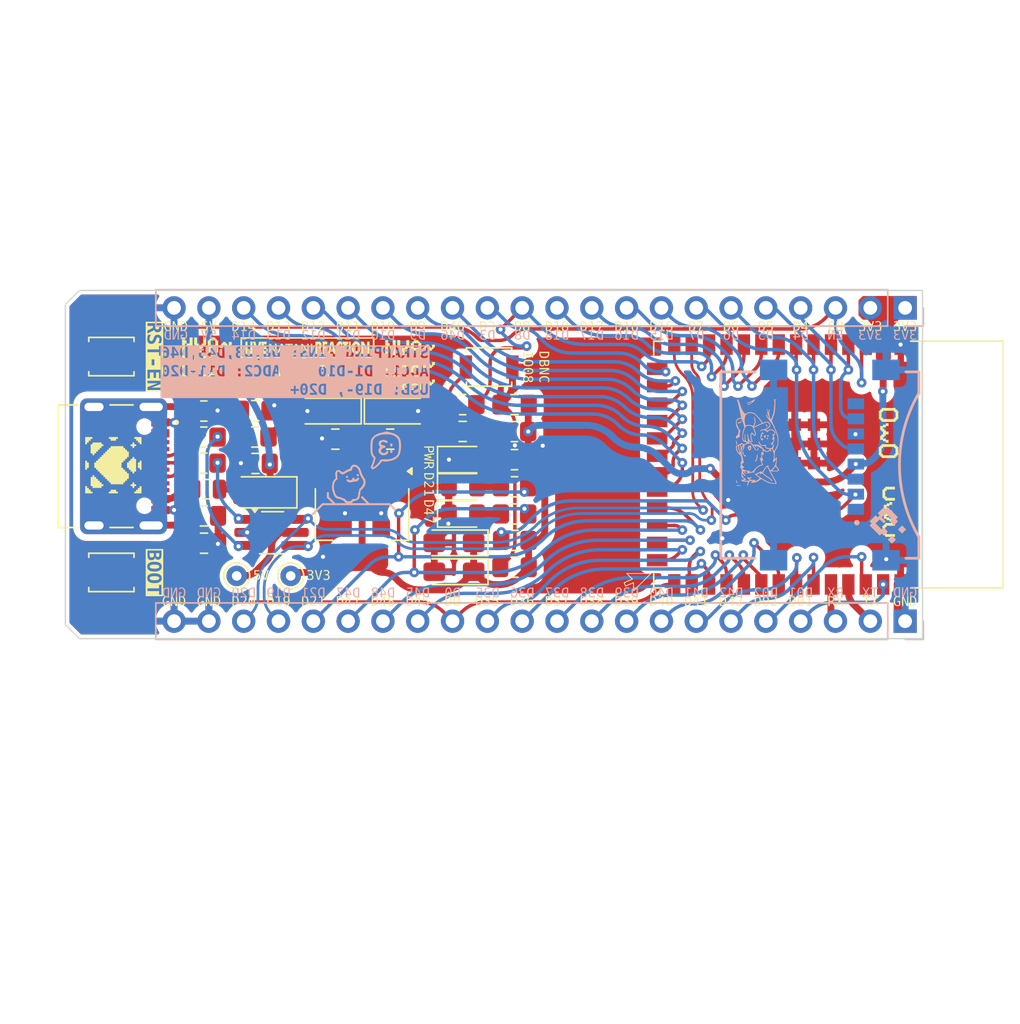
<source format=kicad_pcb>
(kicad_pcb (version 20241229) (generator "pcbnew") (generator_version "9.0")
  (title_block (title "NatSi-DevKit") (date "2024-10-07") (rev "v1.0.0") (company "Burger with everything Inc.") (comment 1 "Made for wonderful Natani S. - by bismarx"))
  (layers (0 "F.Cu" signal) (4 "In1.Cu" power) (6 "In2.Cu" power) (2 "B.Cu" signal) (13 "F.Paste" user) (15 "B.Paste" user) (5 "F.SilkS" user "F.Silkscreen") (7 "B.SilkS" user "B.Silkscreen") (1 "F.Mask" user) (3 "B.Mask" user) (25 "Edge.Cuts" user))
  (net 0 "")
  (net 2 "EN")
  (net 3 "unconnected-(J1-CC1-PadA5)")
  (net 4 "IO46")
  (net 7 "/SHLD")
  (net 8 "D+ IN")
  (net 9 "D- IN")
  (net 10 "D+")
  (net 11 "IO00_BOOT")
  (net 12 "TXD0")
  (net 13 "D-")
  (net 14 "RXD0")
  (net 15 "GND")
  (net 16 "IO8_BT")
  (net 17 "/BUTTON")
  (net 18 "IO21_LED")
  (net 19 "IO35")
  (net 20 "IO36")
  (net 21 "IO05_CLK")
  (net 22 "IO04_MISO")
  (net 23 "IO12")
  (net 24 "IO13")
  (net 25 "IO10")
  (net 26 "+3V3")
  (net 27 "IO06_MOSI")
  (net 28 "IO11")
  (net 29 "IO07_~{CS}")
  (net 30 "+5V")
  (net 33 "Net-(R3-Pad2)")
  (net 34 "IO42")
  (net 35 "IO39")
  (net 36 "IO09")
  (net 37 "IO16")
  (net 38 "IO17")
  (net 39 "IO37")
  (net 40 "IO48")
  (net 41 "IO15")
  (net 42 "IO45")
  (net 43 "IO40")
  (net 44 "IO01")
  (net 45 "IO03")
  (net 46 "IO41")
  (net 47 "IO18")
  (net 48 "IO02")
  (net 49 "IO38")
  (net 50 "IO14")
  (net 51 "Net-(R4-Pad2)")
  (net 52 "Net-(D1-A)")
  (net 53 "Net-(F1-Pad2)")
  (net 54 "Net-(D2-A)")
  (net 55 "Net-(D3-A)")
  (net 56 "Net-(D4-A)")
  (net 57 "IO47_LED")
  (footprint "Resistor_SMD:R_0805_2012Metric_Pad1.20x1.40mm_HandSolder" (layer "F.Cu") (at 145.0096 105.3672)
    (property "Reference" "R7" (hide yes))
    (property "Value" "10k")
  )
  (footprint "LED_SMD:LED_0805_2012Metric_Pad1.15x1.40mm_HandSolder" (layer "F.Cu") (at 141.225 99.4744)
    (property "Reference" "D2" (hide yes))
    (property "Value" "LED")
  )
  (footprint "Package_TO_SOT_SMD:TSOT-23-6_HandSoldering" (layer "F.Cu") (at 127.255 104.783)
    (property "Reference" "U1" (hide yes))
    (property "Value" "USBLC6-2SC6")
  )
  (footprint "Capacitor_Tantalum_SMD:CP_EIA-3216-18_Kemet-A_Pad1.58x1.35mm_HandSolder" (layer "F.Cu") (at 131.3125 95.93 180)
    (property "Reference" "C8" (hide yes))
    (property "Value" "10uF")
  )
  (footprint "TestPoint:TestPoint_THTPad_D1.5mm_Drill0.7mm" (layer "F.Cu") (at 124.715 107.958 -90)
    (property "Reference" "TP2" (hide yes))
    (property "Value" "TestPoint")
  )
  (footprint "sumec_graphic:UWU_IMG" (layer "F.Cu") (at 171.438067 103.28 -90)
    (property "Reference" "TP15" (hide yes))
    (property "Value" "TestPoint" (hide yes))
  )
  (footprint "sumec_graphic:BLAHAJ_IMG" (layer "F.Cu") (at 151.004 100.084 -90)
    (property "Reference" "TP4" (hide yes))
    (property "Value" "TestPoint" (hide yes))
  )
  (footprint "sumec_graphic:OWO_IMG" (layer "F.Cu") (at 129.614 98.287578)
    (property "Reference" "TP15" (hide yes))
    (property "Value" "TestPoint" (hide yes))
  )
  (footprint "Capacitor_SMD:C_0805_2012Metric_Pad1.18x1.45mm_HandSolder" (layer "F.Cu") (at 126.0866 99.7538 180)
    (property "Reference" "C7" (hide yes))
    (property "Value" "100nF")
  )
  (footprint "sumec_graphic:OWO_IMG" (layer "F.Cu") (at 167.1944 97.53 -90)
    (property "Reference" "TP13" (hide yes))
    (property "Value" "TestPoint" (hide yes))
  )
  (footprint "sumec_graphic:LIVE_NAT_REACTION_NEG" (layer "F.Cu") (at 129.741 91.321)
    (property "Reference" "TP6" (hide yes))
    (property "Value" "TestPoint" (hide yes))
  )
  (footprint "Capacitor_Tantalum_SMD:CP_EIA-3216-18_Kemet-A_Pad1.58x1.35mm_HandSolder" (layer "F.Cu") (at 140.5646 105.545 180)
    (property "Reference" "C12" (hide yes))
    (property "Value" "10uF")
  )
  (footprint "Capacitor_SMD:C_0805_2012Metric_Pad1.18x1.45mm_HandSolder" (layer "F.Cu") (at 135.9125 97.98 180)
    (property "Reference" "C10" (hide yes))
    (property "Value" "100nF")
  )
  (footprint "LED_SMD:LED_0805_2012Metric_Pad1.15x1.40mm_HandSolder" (layer "F.Cu") (at 141.225 103.4368)
    (property "Reference" "D4" (hide yes))
    (property "Value" "LED")
  )
  (footprint "PCM_Espressif:ESP32-S3-WROOM-1" (layer "F.Cu") (at 164.891 99.83 -90)
    (property "Reference" "U2" (hide yes))
    (property "Value" "ESP32-S3-WROOM-1")
  )
  (footprint "Button_Switch_SMD:SW_SPST_B3U-1000P" (layer "F.Cu") (at 143.13 92.718 180)
    (property "Reference" "SW3" (hide yes))
    (property "Value" "SW_Push")
  )
  (footprint "Capacitor_SMD:C_0805_2012Metric_Pad1.18x1.45mm_HandSolder" (layer "F.Cu") (at 122.315 103.58 180)
    (property "Reference" "C1" (hide yes))
    (property "Value" "100nF")
  )
  (footprint "sumec_graphic:NYA_IMG" (layer "F.Cu") (at 138.207666 101.0385)
    (property "Reference" "TP16" (hide yes))
    (property "Value" "TestPoint" (hide yes))
  )
  (footprint "Capacitor_SMD:C_0805_2012Metric_Pad1.18x1.45mm_HandSolder" (layer "F.Cu") (at 144.9842 107.323 180)
    (property "Reference" "C13" (hide yes))
    (property "Value" "100nF")
  )
  (footprint "Capacitor_Tantalum_SMD:CP_EIA-3216-18_Kemet-A_Pad1.58x1.35mm_HandSolder" (layer "F.Cu") (at 140.5646 107.6532 180)
    (property "Reference" "C4" (hide yes))
    (property "Value" "10uF")
  )
  (footprint "sumec_graphic:NYA_IMG" (layer "F.Cu") (at 138.207666 102.3085)
    (property "Reference" "TP16" (hide yes))
    (property "Value" "TestPoint" (hide yes))
  )
  (footprint "Capacitor_SMD:C_0805_2012Metric_Pad1.18x1.45mm_HandSolder" (layer "F.Cu") (at 131.9125 97.98)
    (property "Reference" "C9" (hide yes))
    (property "Value" "100nF")
  )
  (footprint "Button_Switch_SMD:SW_SPST_B3U-1000P" (layer "F.Cu") (at 115.571 91.956)
    (property "Reference" "SW1" (hide yes))
    (property "Value" "SW_Push")
  )
  (footprint "Capacitor_SMD:C_0805_2012Metric_Pad1.18x1.45mm_HandSolder" (layer "F.Cu") (at 126.0612 95.893)
    (property "Reference" "C2" (hide yes))
    (property "Value" "100nF")
  )
  (footprint "Package_TO_SOT_SMD:SOT-223-3_TabPin2" (layer "F.Cu") (at 133.8625 103.4484 -90)
    (property "Reference" "U3" (hide yes))
    (property "Value" "NCP1117-3.3_SOT223")
  )
  (footprint "Fuse:Fuse_0805_2012Metric" (layer "F.Cu") (at 122.515 101.63 180)
    (property "Reference" "F1" (hide yes))
    (property "Value" "Polyfuse")
  )
  (footprint "Resistor_SMD:R_0805_2012Metric_Pad1.20x1.40mm_HandSolder" (layer "F.Cu") (at 144.9842 103.4368 180)
    (property "Reference" "R10" (hide yes))
    (property "Value" "100R")
  )
  (footprint "sumec_graphic:NYA_IMG" (layer "F.Cu") (at 123.38873 99.5763)
    (property "Reference" "TP16" (hide yes))
    (property "Value" "TestPoint" (hide yes))
  )
  (footprint "TestPoint:TestPoint_THTPad_D1.5mm_Drill0.7mm" (layer "F.Cu") (at 128.652 107.958 -90)
    (property "Reference" "TP1" (hide yes))
    (property "Value" "TestPoint")
  )
  (footprint "sumec_graphic:CURSOR_IMG" (layer "F.Cu") (at 151.669764 111.772273 -90)
    (property "Reference" "TP9" (hide yes))
    (property "Value" "TestPoint" (hide yes))
  )
  (footprint "Capacitor_SMD:C_0805_2012Metric_Pad1.18x1.45mm_HandSolder" (layer "F.Cu") (at 122.3274 105.5704)
    (property "Reference" "C3" (hide yes))
    (property "Value" "100nF")
  )
  (footprint "Resistor_SMD:R_0805_2012Metric_Pad1.20x1.40mm_HandSolder" (layer "F.Cu") (at 144.9842 97.4256)
    (property "Reference" "R6" (hide yes))
    (property "Value" "10k")
  )
  (footprint "Button_Switch_SMD:SW_SPST_B3U-1000P" (layer "F.Cu") (at 115.571 107.704)
    (property "Reference" "SW2" (hide yes))
    (property "Value" "SW_Push")
  )
  (footprint "LED_SMD:LED_0805_2012Metric_Pad1.15x1.40mm_HandSolder" (layer "F.Cu") (at 141.225 101.4556)
    (property "Reference" "D3" (hide yes))
    (property "Value" "LED")
  )
  (footprint "sumec_graphic:NYA_IMG" (layer "F.Cu") (at 123.38873 102.1163)
    (property "Reference" "TP16" (hide yes))
    (property "Value" "TestPoint" (hide yes))
  )
  (footprint "Resistor_SMD:R_0805_2012Metric_Pad1.20x1.40mm_HandSolder" (layer "F.Cu") (at 122.315 99.73)
    (property "Reference" "R3" (hide yes))
    (property "Value" "15R")
  )
  (footprint "Resistor_SMD:R_0805_2012Metric_Pad1.20x1.40mm_HandSolder" (layer "F.Cu") (at 122.315 97.83)
    (property "Reference" "R4" (hide yes))
    (property "Value" "15R")
  )
  (footprint "Capacitor_SMD:C_0805_2012Metric_Pad1.18x1.45mm_HandSolder" (layer "F.Cu") (at 141.1996 97.417)
    (property "Reference" "C6" (hide yes))
    (property "Value" "100nF")
  )
  (footprint "Resistor_SMD:R_0805_2012Metric_Pad1.20x1.40mm_HandSolder" (layer "F.Cu") (at 141.1996 95.4612)
    (property "Reference" "R5" (hide yes))
    (property "Value" "1k")
  )
  (footprint "Resistor_SMD:R_0805_2012Metric_Pad1.20x1.40mm_HandSolder" (layer "F.Cu") (at 144.9842 99.4744 180)
    (property "Reference" "R8" (hide yes))
    (property "Value" "100R")
  )
  (footprint "Capacitor_SMD:C_0805_2012Metric_Pad1.18x1.45mm_HandSolder" (layer "F.Cu") (at 144.9842 95.4612 180)
    (property "Reference" "C5" (hide yes))
    (property "Value" "100nF")
  )
  (footprint "sumec_graphic:NAT_PFP_IMG" (layer "F.Cu") (at 114.656667 100.939133 -90)
    (property "Reference" "TP3" (hide yes))
    (property "Value" "TestPoint" (hide yes))
  )
  (footprint "Capacitor_Tantalum_SMD:CP_EIA-3216-18_Kemet-A_Pad1.58x1.35mm_HandSolder" (layer "F.Cu") (at 136.5125 95.93)
    (property "Reference" "C11" (hide yes))
    (property "Value" "10uF")
  )
  (footprint "Resistor_SMD:R_0805_2012Metric_Pad1.20x1.40mm_HandSolder" (layer "F.Cu") (at 144.9842 101.4556 180)
    (property "Reference" "R9" (hide yes))
    (property "Value" "100R")
  )
  (footprint "Resistor_SMD:R_0805_2012Metric_Pad1.20x1.40mm_HandSolder" (layer "F.Cu") (at 126.0358 97.8234)
    (property "Reference" "R2" (hide yes))
    (property "Value" "10k")
  )
  (footprint "sumec_brd:HRO_TYPE-C-31-M-12" (layer "F.Cu") (at 114.301 99.953 -90)
    (property "Reference" "J1" (hide yes))
    (property "Value" "USB_TypeC")
  )
  (footprint "Resistor_SMD:R_0805_2012Metric_Pad1.20x1.40mm_HandSolder" (layer "F.Cu") (at 122.315 95.9278)
    (property "Reference" "R1" (hide yes))
    (property "Value" "100k")
  )
  (footprint "Diode_SMD:D_1206_3216Metric_Pad1.42x1.75mm_HandSolder" (layer "F.Cu") (at 126.6454 101.862 180)
    (property "Reference" "D1" (hide yes))
    (property "Value" "D_Schottky")
  )
  (footprint "sumec_graphic:NYA_IMG" (layer "F.Cu") (at 138.207666 99.7685)
    (property "Reference" "TP14" (hide yes))
    (property "Value" "TestPoint" (hide yes))
  )
  (footprint "sumec_graphic:NYA_IMG" (layer "F.Cu") (at 123.38873 100.8463)
    (property "Reference" "TP16" (hide yes))
    (property "Value" "TestPoint" (hide yes))
  )
  (footprint "sumec_graphic:BLAHAJ_SOLDER_LN_IMG" (layer "B.Cu") (at 143.715 97.93 -160)
    (property "Reference" "TP5" (hide yes))
    (property "Value" "TestPoint" (hide yes))
  )
  (footprint "Schrack_brd:MICRO_SD_CARD" (layer "B.Cu") (at 167.261 99.87 -90)
    (property "Reference" "J4" (hide yes))
    (property "Value" "MEM2067-02-180-00-A_REVB")
  )
  (footprint "sumec_graphic:COLON_3_CAT_IMG" (layer "B.Cu") (at 134.1098 100.084 180)
    (property "Reference" "TP10" (hide yes))
    (property "Value" "TestPoint" (hide yes))
  )
  (footprint "sumec_graphic:COLON_3_SOLDER" (layer "B.Cu") (at 115.895383 92.173573 135)
    (property "Reference" "TP14" (hide yes))
    (property "Value" "TestPoint" (hide yes))
  )
  (footprint "sumec_graphic:JOJO_SOLDER_IMG" (layer "B.Cu") (at 113.427007 110.53 90)
    (property "Reference" "TP7" (hide yes))
    (property "Value" "TestPoint" (hide yes))
  )
  (footprint "Connector_PinHeader_2.54mm:PinHeader_1x22_P2.54mm_Vertical" (layer "B.Cu") (at 173.483 88.4 90)
    (property "Reference" "J2" (hide yes))
    (property "Value" "Conn_01x22_Pin")
  )
  (footprint "Connector_PinHeader_2.54mm:PinHeader_1x22_P2.54mm_Vertical" (layer "B.Cu") (at 173.483 111.26 90)
    (property "Reference" "J3" (hide yes))
    (property "Value" "Conn_01x22_Pin")
  )
  (footprint "sumec_graphic:JOJO_SOLDER_IMG" (layer "B.Cu") (at 115.22324 107.28 90)
    (property "Reference" "TP9" (hide yes))
    (property "Value" "TestPoint" (hide yes))
  )
  (footprint "sumec_graphic:COLON_3_SOLDER" (layer "B.Cu") (at 113.004292 92.306561 135)
    (property "Reference" "TP12" (hide yes))
    (property "Value" "TestPoint" (hide yes))
  )
  (footprint "sumec_graphic:COLON_3_IMG" (layer "B.Cu") (at 170.724863 107.268494 135)
    (property "Reference" "TP11" (hide yes))
    (property "Value" "TestPoint" (hide yes))
  )
  (footprint "sumec_graphic:COLON_3_SOLDER" (layer "B.Cu") (at 112.745783 95.119973 135)
    (property "Reference" "TP14" (hide yes))
    (property "Value" "TestPoint" (hide yes))
  )
  (footprint "sumec_graphic:FLO_SLEEP_IMG" (layer "B.Cu") (at 165.843622 98.373794 90)
    (property "Reference" "TP8" (hide yes))
    (property "Value" "TestPoint" (hide yes))
  )
  (gr_poly (pts (xy 172.34 89.924) (xy 172.975 89.162) (xy 172.34 89.162)) (stroke (width 0.2)) (fill yes) (layer "F.Cu") (net 26))
  (gr_poly (pts (xy 170.816 89.19375) (xy 171.451 89.95575) (xy 171.451 89.19375)) (stroke (width 0.2)) (fill yes) (layer "F.Cu") (net 26))
  (gr_poly (pts (xy 172.086 92.337) (xy 172.34 92.083) (xy 172.34 87.638) (xy 171.451 87.638) (xy 171.451 92.083) (xy 171.705 92.337)) (stroke (width 0.2)) (fill yes) (layer "F.Cu") (net 26))
  (gr_poly (pts (xy 174.245 87.638) (xy 170.435 87.638) (xy 170.181 87.892) (xy 170.181 88.908) (xy 170.435 89.162) (xy 174.245 89.162) (xy 174.245 87.638)) (stroke (width 0.2)) (fill yes) (layer "F.Cu") (net 26))
  (gr_line (start 135.8624 102.7256) (end 136.2688 103.132) (stroke (width 0.15)) (layer "B.SilkS"))
  (gr_line (start 130.978455 102.732745) (end 130.217195 103.494005) (stroke (width 0.15)) (layer "B.SilkS"))
  (gr_line (start 131.3666 102.2176) (end 131.3666 101.9128) (stroke (width 0.15)) (layer "B.SilkS"))
  (gr_line (start 134.3638 102.7256) (end 133.8558 102.2176) (stroke (width 0.15)) (layer "B.SilkS"))
  (gr_line (start 131.011 102.7256) (end 135.8624 102.7256) (stroke (width 0.15)) (layer "B.SilkS"))
  (gr_line (start 131.8238 102.6748) (end 131.3666 102.2176) (stroke (width 0.15)) (layer "B.SilkS"))
  (gr_line (start 113.231 87.13) (end 112.215 88.146) (stroke (width 0.1)) (layer "Edge.Cuts"))
  (gr_line (start 112.215 88.146) (end 112.215 111.514) (stroke (width 0.1)) (layer "Edge.Cuts"))
  (gr_line (start 174.753 87.13) (end 174.753 112.53) (stroke (width 0.1)) (layer "Edge.Cuts"))
  (gr_line (start 174.753 112.53) (end 113.231 112.53) (stroke (width 0.1)) (layer "Edge.Cuts"))
  (gr_line (start 112.215 111.514) (end 113.231 112.53) (stroke (width 0.1)) (layer "Edge.Cuts"))
  (gr_line (start 113.231 87.13) (end 174.753 87.13) (stroke (width 0.1)) (layer "Edge.Cuts"))
  (gr_text "5V" (at 122.683 89.797 0) (layer "F.SilkS") (effects (font (size 0.7 0.7))))
  (gr_text "D47" (at 138.685 103.259 -90) (layer "F.SilkS") (effects (font (size 0.7 0.7))))
  (gr_text "D37" (at 148.083 109.863 0) (layer "F.SilkS") (effects (font (size 0.7 0.7))))
  (gr_text "D35" (at 143.003 109.863 0) (layer "F.SilkS") (effects (font (size 0.7 0.7))))
  (gr_text "GND" (at 120.27 89.797 0) (layer "F.SilkS") (effects (font (size 0.7 0.7))))
  (gr_text "EN" (at 168.403 89.797 0) (layer "F.SilkS") (effects (font (size 0.7 0.7))))
  (gr_text "GND" (at 120.143 109.863 0) (layer "F.SilkS") (effects (font (size 0.7 0.7))))
  (gr_text "3V3" (at 170.943 89.797 0) (layer "F.SilkS") (effects (font (size 0.7 0.7))))
  (gr_text "D10" (at 135.383 89.797 0) (layer "F.SilkS") (effects (font (size 0.7 0.7))))
  (gr_text "3V3" (at 130.684 107.958 0) (layer "F.SilkS") (effects (font (size 0.7 0.7) (thickness 0.125))))
  (gr_text "D47" (at 132.843 109.863 0) (layer "F.SilkS") (effects (font (size 0.7 0.7))))
  (gr_text "D6" (at 160.783 89.797 0) (layer "F.SilkS") (effects (font (size 0.7 0.7))))
  (gr_text "D19" (at 127.763 109.863 0) (layer "F.SilkS") (effects (font (size 0.7 0.7))))
  (gr_text "3V3" (at 173.483 89.797 0) (layer "F.SilkS") (effects (font (size 0.7 0.7))))
  (gr_text "RST-EN" (at 118.619 91.956 -90) (layer "F.SilkS" knockout) (effects (font (size 1 1) (thickness 0.2) (bold yes))))
  (gr_text "D17" (at 150.623 89.797 0) (layer "F.SilkS") (effects (font (size 0.7 0.7))))
  (gr_text "D41" (at 158.243 109.863 0) (layer "F.SilkS") (effects (font (size 0.7 0.7))))
  (gr_text "BOOT" (at 118.619 107.704 -90) (layer "F.SilkS" knockout) (effects (font (size 1 1) (thickness 0.2) (bold yes))))
  (gr_text "D46" (at 140.463 89.797 0) (layer "F.SilkS") (effects (font (size 0.7 0.7))))
  (gr_text "D01" (at 165.863 109.863 0) (layer "F.SilkS") (effects (font (size 0.7 0.7))))
  (gr_text "D02" (at 163.323 109.863 0) (layer "F.SilkS") (effects (font (size 0.7 0.7))))
  (gr_text "GND" (at 122.683 109.863 0) (layer "F.SilkS") (effects (font (size 0.7 0.7))))
  (gr_text "D16" (at 153.163 89.797 0) (layer "F.SilkS") (effects (font (size 0.7 0.7))))
  (gr_text "D0" (at 140.463 109.863 0) (layer "F.SilkS") (effects (font (size 0.7 0.7))))
  (gr_text "D21" (at 130.303 109.863 0) (layer "F.SilkS") (effects (font (size 0.7 0.7))))
  (gr_text "D3" (at 143.003 89.797 0) (layer "F.SilkS") (effects (font (size 0.7 0.7))))
  (gr_text "D5" (at 163.323 89.797 0) (layer "F.SilkS") (effects (font (size 0.7 0.7))))
  (gr_text "D13" (at 127.763 89.797 0) (layer "F.SilkS") (effects (font (size 0.7 0.7))))
  (gr_text "D45" (at 137.923 109.863 0) (layer "F.SilkS") (effects (font (size 0.7 0.7))))
  (gr_text "D36" (at 145.543 109.863 0) (layer "F.SilkS") (effects (font (size 0.7 0.7))))
  (gr_text "D42" (at 160.783 109.863 0) (layer "F.SilkS") (effects (font (size 0.7 0.7))))
  (gr_text "D20" (at 125.223 109.863 0) (layer "F.SilkS") (effects (font (size 0.7 0.7))))
  (gr_text "D15" (at 155.703 89.797 0) (layer "F.SilkS") (effects (font (size 0.7 0.7))))
  (gr_text "D11" (at 132.843 89.797 0) (layer "F.SilkS") (effects (font (size 0.7 0.7))))
  (gr_text "D12" (at 130.303 89.797 0) (layer "F.SilkS") (effects (font (size 0.7 0.7))))
  (gr_text "D39" (at 153.163 109.863 0) (layer "F.SilkS") (effects (font (size 0.7 0.7))))
  (gr_text "D4" (at 165.863 89.797 0) (layer "F.SilkS") (effects (font (size 0.7 0.7))))
  (gr_text "D18" (at 148.083 89.797 0) (layer "F.SilkS") (effects (font (size 0.7 0.7))))
  (gr_text "D38" (at 150.623 109.863 0) (layer "F.SilkS") (effects (font (size 0.7 0.7))))
  (gr_text "GND" (at 173.483 109.863 0) (layer "F.SilkS") (effects (font (size 0.7 0.7))))
  (gr_text "D21" (at 138.685 101.2778 -90) (layer "F.SilkS") (effects (font (size 0.7 0.7))))
  (gr_text "5V" (at 126.493 107.958 0) (layer "F.SilkS") (effects (font (size 0.7 0.7) (thickness 0.125))))
  (gr_text "D8" (at 145.543 89.797 0) (layer "F.SilkS") (effects (font (size 0.7 0.7))))
  (gr_text "DBNC\nIO08" (at 146.505 92.718 -90) (layer "F.SilkS") (effects (font (size 0.7 0.7) (thickness 0.125))))
  (gr_text "D9" (at 137.923 89.797 0) (layer "F.SilkS") (effects (font (size 0.7 0.7))))
  (gr_text "PWR" (at 138.685 99.2966 -90) (layer "F.SilkS") (effects (font (size 0.7 0.7))))
  (gr_text "D48" (at 135.383 109.863 0) (layer "F.SilkS") (effects (font (size 0.7 0.7))))
  (gr_text "RX" (at 168.403 109.863 0) (layer "F.SilkS") (effects (font (size 0.7 0.7))))
  (gr_text "D14" (at 125.223 89.797 0) (layer "F.SilkS") (effects (font (size 0.7 0.7))))
  (gr_text "D7" (at 158.243 89.797 0) (layer "F.SilkS") (effects (font (size 0.7 0.7))))
  (gr_text "TX" (at 170.943 109.863 0) (layer "F.SilkS") (effects (font (size 0.7 0.7))))
  (gr_text "D40" (at 155.703 109.863 0) (layer "F.SilkS") (effects (font (size 0.7 0.7))))
  (gr_text "D02" (at 163.3198 109.228 0) (layer "B.SilkS") (effects (font (size 0.7 0.7)) (justify mirror)))
  (gr_text "GND" (at 120.2668 90.432 0) (layer "B.SilkS") (effects (font (size 0.7 0.7)) (justify mirror)))
  (gr_text "3V3" (at 170.9398 90.432 0) (layer "B.SilkS") (effects (font (size 0.7 0.7)) (justify mirror)))
  (gr_text "EN" (at 168.3998 90.432 0) (layer "B.SilkS") (effects (font (size 0.7 0.7)) (justify mirror)))
  (gr_text "D11" (at 132.8398 90.432 0) (layer "B.SilkS") (effects (font (size 0.7 0.7)) (justify mirror)))
  (gr_text "D48" (at 135.3798 109.228 0) (layer "B.SilkS") (effects (font (size 0.7 0.7)) (justify mirror)))
  (gr_text "D35" (at 142.9998 109.228 0) (layer "B.SilkS") (effects (font (size 0.7 0.7)) (justify mirror)))
  (gr_text "D17" (at 150.6198 90.432 0) (layer "B.SilkS") (effects (font (size 0.7 0.7)) (justify mirror)))
  (gr_text "GND" (at 120.1398 109.228 0) (layer "B.SilkS") (effects (font (size 0.7 0.7)) (justify mirror)))
  (gr_text "5V" (at 122.6798 90.432 0) (layer "B.SilkS") (effects (font (size 0.7 0.7)) (justify mirror)))
  (gr_text "D46" (at 140.4598 90.432 0) (layer "B.SilkS") (effects (font (size 0.7 0.7)) (justify mirror)))
  (gr_text " STRAPPING PINS: D0,D3,D45,D46 \n ADC1: D1-D10    ADC2: D11-D20 \n USB: D19-, D20+\n" (at 139.393 94.877 0) (layer "B.SilkS" knockout) (effects (font (size 0.8 0.8) (thickness 0.16) (bold yes)) (justify left bottom mirror)))
  (gr_text "D37" (at 148.0798 109.228 0) (layer "B.SilkS") (effects (font (size 0.7 0.7)) (justify mirror)))
  (gr_text "D5" (at 163.3198 90.432 0) (layer "B.SilkS") (effects (font (size 0.7 0.7)) (justify mirror)))
  (gr_text "TX" (at 170.9398 109.228 0) (layer "B.SilkS") (effects (font (size 0.7 0.7)) (justify mirror)))
  (gr_text "D47" (at 132.8398 109.228 0) (layer "B.SilkS") (effects (font (size 0.7 0.7)) (justify mirror)))
  (gr_text "D41" (at 158.2398 109.228 0) (layer "B.SilkS") (effects (font (size 0.7 0.7)) (justify mirror)))
  (gr_text "D3" (at 142.9998 90.432 0) (layer "B.SilkS") (effects (font (size 0.7 0.7)) (justify mirror)))
  (gr_text "D38" (at 150.6198 109.228 0) (layer "B.SilkS") (effects (font (size 0.7 0.7)) (justify mirror)))
  (gr_text "D9" (at 137.9198 90.432 0) (layer "B.SilkS") (effects (font (size 0.7 0.7)) (justify mirror)))
  (gr_text "D16" (at 153.1598 90.432 0) (layer "B.SilkS") (effects (font (size 0.7 0.7)) (justify mirror)))
  (gr_text "D10" (at 135.3798 90.432 0) (layer "B.SilkS") (effects (font (size 0.7 0.7)) (justify mirror)))
  (gr_text "D20" (at 125.2198 109.228 0) (layer "B.SilkS") (effects (font (size 0.7 0.7)) (justify mirror)))
  (gr_text "D12" (at 130.2998 90.432 0) (layer "B.SilkS") (effects (font (size 0.7 0.7)) (justify mirror)))
  (gr_text "D7" (at 158.2398 90.432 0) (layer "B.SilkS") (effects (font (size 0.7 0.7)) (justify mirror)))
  (gr_text "GND" (at 122.6798 109.228 0) (layer "B.SilkS") (effects (font (size 0.7 0.7)) (justify mirror)))
  (gr_text "D15" (at 155.6998 90.432 0) (layer "B.SilkS") (effects (font (size 0.7 0.7)) (justify mirror)))
  (gr_text "D18" (at 148.0798 90.432 0) (layer "B.SilkS") (effects (font (size 0.7 0.7)) (justify mirror)))
  (gr_text "D4" (at 165.8598 90.432 0) (layer "B.SilkS") (effects (font (size 0.7 0.7)) (justify mirror)))
  (gr_text "D8" (at 145.5398 90.432 0) (layer "B.SilkS") (effects (font (size 0.7 0.7)) (justify mirror)))
  (gr_text "D0" (at 140.4598 109.228 0) (layer "B.SilkS") (effects (font (size 0.7 0.7)) (justify mirror)))
  (gr_text "RX" (at 168.3998 109.228 0) (layer "B.SilkS") (effects (font (size 0.7 0.7)) (justify mirror)))
  (gr_text "3V3" (at 173.4798 90.432 0) (layer "B.SilkS") (effects (font (size 0.7 0.7)) (justify mirror)))
  (gr_text "D19" (at 127.7598 109.228 0) (layer "B.SilkS") (effects (font (size 0.7 0.7)) (justify mirror)))
  (gr_text "D21" (at 130.2998 109.228 0) (layer "B.SilkS") (effects (font (size 0.7 0.7)) (justify mirror)))
  (gr_text "D40" (at 155.6998 109.228 0) (layer "B.SilkS") (effects (font (size 0.7 0.7)) (justify mirror)))
  (gr_text "D6" (at 160.7798 90.432 0) (layer "B.SilkS") (effects (font (size 0.7 0.7)) (justify mirror)))
  (gr_text "D14" (at 125.2198 90.432 0) (layer "B.SilkS") (effects (font (size 0.7 0.7)) (justify mirror)))
  (gr_text "D39" (at 153.1598 109.228 0) (layer "B.SilkS") (effects (font (size 0.7 0.7)) (justify mirror)))
  (gr_text "GND" (at 173.4798 109.2026 0) (layer "B.SilkS") (effects (font (size 0.7 0.7)) (justify mirror)))
  (gr_text "D42" (at 160.7798 109.228 0) (layer "B.SilkS") (effects (font (size 0.7 0.7)) (justify mirror)))
  (gr_text "D01" (at 165.8598 109.228 0) (layer "B.SilkS") (effects (font (size 0.7 0.7)) (justify mirror)))
  (gr_text "D36" (at 145.5398 109.228 0) (layer "B.SilkS") (effects (font (size 0.7 0.7)) (justify mirror)))
  (gr_text "D45" (at 137.9198 109.228 0) (layer "B.SilkS") (effects (font (size 0.7 0.7)) (justify mirror)))
  (gr_text "D13" (at 127.7598 90.432 0) (layer "B.SilkS") (effects (font (size 0.7 0.7)) (justify mirror)))
  (segment (start 125.0237 95.599668) (end 125.0237 95.64218) (width 0.5) (layer "F.Cu") (net 2))
  (segment (start 170.308 93.861) (end 170.308 91.593576) (width 0.25) (layer "F.Cu") (net 2))
  (segment (start 125.0237 96.250097) (end 125.0237 96.284106) (width 0.5) (layer "F.Cu") (net 2))
  (segment (start 118.549871 90.6926) (end 118.619809 90.635203) (width 0.25) (layer "F.Cu") (net 2))
  (segment (start 165.776028 89.938844) (end 145.871819 89.938844) (width 0.25) (layer "F.Cu") (net 2))
  (segment (start 125.065 95.93) (end 125.0237 95.8887) (width 0.25) (layer "F.Cu") (net 2))
  (segment (start 125.0237 95.514643) (end 125.0237 95.54015) (width 0.5) (layer "F.Cu") (net 2))
  (segment (start 142.656478 90.777352) (end 143.847482 90.777352) (width 0.25) (layer "F.Cu") (net 2))
  (segment (start 170.6093 91.0852) (end 170.6128 91.0852) (width 0.25) (layer "F.Cu") (net 2))
  (segment (start 125.0237 96.892025) (end 125.0237 97.070574) (width 0.5) (layer "F.Cu") (net 2))
  (segment (start 125.0237 96.61995) (end 125.0237 96.713476) (width 0.5) (layer "F.Cu") (net 2))
  (segment (start 125.0237 95.990777) (end 125.0237 95.999279) (width 0.5) (layer "F.Cu") (net 2))
  (segment (start 140.799171 89.81979) (end 140.721427 89.809554) (width 0.25) (layer "F.Cu") (net 2))
  (segment (start 125.0237 97.802744) (end 125.0237 97.664097) (width 0.5) (layer "F.Cu") (net 2))
  (segment (start 167.633578 89.169422) (end 168.403 88.4) (width 0.25) (layer "F.Cu") (net 2))
  (segment (start 142.005794 90.341574) (end 141.943585 90.293838) (width 0.25) (layer "F.Cu") (net 2))
  (segment (start 124.46135 95.05835) (end 124.927427 95.524427) (width 0.25) (layer "F.Cu") (net 2))
  (segment (start 125.0237 95.64218) (end 125.0237 95.688943) (width 0.5) (layer "F.Cu") (net 2))
  (segment (start 125.0237 96.216088) (end 125.0237 96.250097) (width 0.5) (layer "F.Cu") (net 2))
  (segment (start 125.0237 95.688943) (end 125.0237 95.824981) (width 0.5) (layer "F.Cu") (net 2))
  (segment (start 142.236037 90.554035) (end 142.319966 90.637964) (width 0.25) (layer "F.Cu") (net 2))
  (segment (start 125.0237 96.602944) (end 125.0237 96.611447) (width 0.5) (layer "F.Cu") (net 2))
  (segment (start 125.0237 97.386803) (end 125.0237 97.070574) (width 0.5) (layer "F.Cu") (net 2))
  (segment (start 125.0237 96.14807) (end 125.0237 96.216088) (width 0.5) (layer "F.Cu") (net 2))
  (segment (start 123.103717 94.496) (end 120.130403 94.496) (width 0.25) (layer "F.Cu") (net 2))
  (segment (start 120.68563 89.807955) (end 120.59559 89.816822) (width 0.25) (layer "F.Cu") (net 2))
  (segment (start 125.0237 96.352125) (end 125.0237 96.522172) (width 0.5) (layer "F.Cu") (net 2))
  (segment (start 118.1085 93.6585) (end 117.576823 93.126823) (width 0.25) (layer "F.Cu") (net 2))
  (segment (start 125.0237 96.713476) (end 125.0237 96.892025) (width 0.5) (layer "F.Cu") (net 2))
  (segment (start 125.0237 96.046041) (end 125.0237 96.08005) (width 0.5) (layer "F.Cu") (net 2))
  (segment (start 125.0237 95.54015) (end 125.0237 95.557156) (width 0.5) (layer "F.Cu") (net 2))
  (segment (start 125.02975 97.81735) (end 125.0358 97.8234) (width 0.5) (layer "F.Cu") (net 2))
  (segment (start 125.0237 95.893) (end 125.0237 95.914256) (width 0.5) (layer "F.Cu") (net 2))
  (segment (start 125.0237 96.114059) (end 125.0237 96.14807) (width 0.5) (layer "F.Cu") (net 2))
  (segment (start 121.047131 89.797) (end 140.408389 89.797) (width 0.25) (layer "F.Cu") (net 2))
  (segment (start 125.0237 96.611447) (end 125.0237 96.61995) (width 0.5) (layer "F.Cu") (net 2))
  (segment (start 125.0237 95.365854) (end 125.0237 95.399863) (width 0.25) (layer "F.Cu") (net 2))
  (segment (start 125.0237 96.012032) (end 125.0237 95.999279) (width 0.5) (layer "F.Cu") (net 2))
  (segment (start 125.0237 95.514643) (end 125.0237 95.50189) (width 0.5) (layer "F.Cu") (net 2))
  (segment (start 125.0237 97.386803) (end 125.0237 97.664097) (width 0.5) (layer "F.Cu") (net 2))
  (segment (start 125.0237 95.557156) (end 125.0237 95.599668) (width 0.5) (layer "F.Cu") (net 2))
  (segment (start 125.0237 95.956768) (end 125.0237 95.982275) (width 0.5) (layer "F.Cu") (net 2))
  (segment (start 125.0237 95.893) (end 125.0237 95.75685) (width 0.25) (layer "F.Cu") (net 2))
  (segment (start 125.0237 95.982275) (end 125.0237 95.990777) (width 0.5) (layer "F.Cu") (net 2))
  (segment (start 125.0237 95.824981) (end 125.0237 95.893) (width 0.5) (layer "F.Cu") (net 2))
  (segment (start 125.0237 96.284106) (end 125.0237 96.352125) (width 0.5) (layer "F.Cu") (net 2))
  (segment (start 125.0237 95.914256) (end 125.0237 95.956768) (width 0.5) (layer "F.Cu") (net 2))
  (segment (start 125.0237 96.012032) (end 125.0237 96.046041) (width 0.5) (layer "F.Cu") (net 2))
  (segment (start 170.4569 91.2341) (end 170.603326 91.087674) (width 0.25) (layer "F.Cu") (net 2))
  (segment (start 125.0237 96.602944) (end 125.0237 96.522172) (width 0.5) (layer "F.Cu") (net 2))
  (segment (start 117.576823 91.650176) (end 118.286516 90.940483) (width 0.25) (layer "F.Cu") (net 2))
  (segment (start 125.0237 96.08005) (end 125.0237 96.114059) (width 0.5) (layer "F.Cu") (net 2))
  (via (at 170.308 93.861) (size 0.7) (drill 0.3) (layers "F.Cu" "B.Cu") (net 2))
  (arc (start 120.68563 89.807955) (mid 120.775789 89.801043) (end 120.866163 89.798043) (width 0.25) (layer "F.Cu") (net 2))
  (arc (start 117.271 92.3885) (mid 117.35048 92.788077) (end 117.576823 93.126823) (width 0.25) (layer "F.Cu") (net 2))
  (arc (start 120.238015 89.86986) (mid 120.416151 89.838952) (end 120.59559 89.816822) (width 0.25) (layer "F.Cu") (net 2))
  (arc (start 142.236037 90.554035) (mid 142.180372 90.498784) (end 142.124298 90.443949) (width 0.25) (layer "F.Cu") (net 2))
  (arc (start 142.656478 90.777352) (mid 142.474359 90.741126) (end 142.319966 90.637964) (width 0.25) (layer "F.Cu") (net 2))
  (arc (start 117.576823 91.650176) (mid 117.35048 91.988922) (end 117.271 92.3885) (width 0.25) (layer "F.Cu") (net 2))
  (arc (start 118.549871 90.6926) (mid 118.481233 90.751466) (end 118.415212 90.813252) (width 0.25) (layer "F.Cu") (net 2))
  (arc (start 120.238015 89.86986) (mid 120.061609 89.909472) (end 119.887359 89.957692) (width 0.25) (layer "F.Cu") (net 2))
  (arc (start 121.047131 89.797) (mid 120.956645 89.79726) (end 120.866163 89.798043) (width 0.25) (layer "F.Cu") (net 2))
  (arc (start 170.603326 91.087674) (mid 170.606067 91.085842) (end 170.6093 91.0852) (width 0.25) (layer "F.Cu") (net 2))
  (arc (start 165.776028 89.938844) (mid 166.781327 89.738877) (end 167.633578 89.169422) (width 0.25) (layer "F.Cu") (net 2))
  (arc (start 140.799171 89.81979) (mid 140.953673 89.845299) (end 141.106176 89.88086) (width 0.25) (layer "F.Cu") (net 2))
  (arc (start 118.286516 90.940483) (mid 118.350682 90.876683) (end 118.415212 90.813252) (width 0.25) (layer "F.Cu") (net 2))
  (arc (start 124.46135 95.05835) (mid 123.838462 94.64215) (end 123.103717 94.496) (width 0.25) (layer "F.Cu") (net 2))
  (arc (start 170.4569 91.2341) (mid 170.346698 91.399029) (end 170.308 91.593576) (width 0.25) (layer "F.Cu") (net 2))
  (arc (start 119.220219 90.234025) (mid 119.062908 90.32314) (end 118.91016 90.419866) (width 0.25) (layer "F.Cu") (net 2))
  (arc (start 142.124298 90.443949) (mid 142.06653 90.391043) (end 142.005794 90.341574) (width 0.25) (layer "F.Cu") (net 2))
  (arc (start 144.859651 90.358098) (mid 144.395263 90.668391) (end 143.847482 90.777352) (width 0.25) (layer "F.Cu") (net 2))
  (arc (start 144.859651 90.358098) (mid 145.324037 90.047804) (end 145.871819 89.938844) (width 0.25) (layer "F.Cu") (net 2))
  (arc (start 118.1085 93.6585) (mid 119.036157 94.27834) (end 120.130403 94.496) (width 0.25) (layer "F.Cu") (net 2))
  (arc (start 140.721427 89.809554) (mid 140.643501 89.801587) (end 140.565244 89.798158) (width 0.25) (layer "F.Cu") (net 2))
  (arc (start 118.91016 90.419866) (mid 118.762341 90.52397) (end 118.619809 90.635203) (width 0.25) (layer "F.Cu") (net 2))
  (arc (start 119.220219 90.234025) (mid 119.381713 90.152736) (end 119.547001 90.079471) (width 0.25) (layer "F.Cu") (net 2))
  (arc (start 140.408389 89.797) (mid 140.486818 89.797289) (end 140.565244 89.798158) (width 0.25) (layer "F.Cu") (net 2))
  (arc (start 141.943585 90.293838) (mid 141.816299 90.202623) (end 141.68332 90.119929) (width 0.25) (layer "F.Cu") (net 2))
  (arc (start 141.402583 89.981481) (mid 141.545217 90.046109) (end 141.68332 90.119929) (width 0.25) (layer "F.Cu") (net 2))
  (arc (start 125.0237 97.802744) (mid 125.025273 97.810648) (end 125.02975 97.81735) (width 0.5) (layer "F.Cu") (net 2))
  (arc (start 141.106176 89.88086) (mid 141.256026 89.926318) (end 141.402583 89.981481) (width 0.25) (layer "F.Cu") (net 2))
  (arc (start 119.887359 89.957692) (mid 119.715685 90.014403) (end 119.547001 90.079471) (width 0.25) (layer "F.Cu") (net 2))
  (arc (start 125.0237 95.75685) (mid 124.998679 95.631063) (end 124.927427 95.524427) (width 0.25) (layer "F.Cu") (net 2))
  (segment (start 168.403 89.4795) (end 168.403 88.4) (width 0.25) (layer "B.Cu") (net 2))
  (segment (start 169.814087 91.970085) (end 169.166322 91.322321) (width 0.25) (layer "B.Cu") (net 2))
  (segment (start 170.308 93.861) (end 170.308 93.1625) (width 0.25) (layer "B.Cu") (net 2))
  (arc (start 169.814087 91.970085) (mid 170.179637 92.517169) (end 170.308 93.1625) (width 0.25) (layer "B.Cu") (net 2))
  (arc (start 169.166322 91.322321) (mid 168.601381 90.476827) (end 168.403 89.4795) (width 0.25) (layer "B.Cu") (net 2))
  (segment (start 118.89 98.705) (end 119.195 98.705) (width 0.25) (layer "F.Cu") (net 3))
  (segment (start 156.068593 94.115) (end 155.391 94.115) (width 0.25) (layer "F.Cu") (net 4))
  (segment (start 156.719 93.734) (end 156.5285 93.9245) (width 0.25) (layer "F.Cu") (net 4))
  (via (at 156.719 93.734) (size 0.7) (drill 0.3) (layers "F.Cu" "B.Cu") (net 4))
  (arc (start 156.5285 93.9245) (mid 156.317493 94.06549) (end 156.068593 94.115) (width 0.25) (layer "F.Cu") (net 4))
  (segment (start 142.806208 90.743207) (end 140.463 88.4) (width 0.25) (layer "B.Cu") (net 4))
  (segment (start 155.674829 93.734) (end 156.719 93.734) (width 0.25) (layer "B.Cu") (net 4))
  (segment (start 152.302172 92.337) (end 146.653964 92.337) (width 0.25) (layer "B.Cu") (net 4))
  (arc (start 155.674829 93.734) (mid 154.762195 93.552465) (end 153.9885 93.0355) (width 0.25) (layer "B.Cu") (net 4))
  (arc (start 146.653964 92.337) (mid 144.571574 91.922786) (end 142.806208 90.743207) (width 0.25) (layer "B.Cu") (net 4))
  (arc (start 152.302172 92.337) (mid 153.214807 92.518534) (end 153.9885 93.0355) (width 0.25) (layer "B.Cu") (net 4))
  (segment (start 120.94 103.9175) (end 121.2775 103.58) (width 0.5) (layer "F.Cu") (net 7))
  (segment (start 120.125203 104.255) (end 118.285 104.255) (width 0.5) (layer "F.Cu") (net 7))
  (segment (start 120.763946 95.605) (end 118.285 95.605) (width 0.5) (layer "F.Cu") (net 7))
  (segment (start 121.1536 95.7664) (end 121.315 95.9278) (width 0.5) (layer "F.Cu") (net 7))
  (arc (start 121.1536 95.7664) (mid 120.974826 95.646946) (end 120.763946 95.605) (width 0.5) (layer "F.Cu") (net 7))
  (arc (start 120.125203 104.255) (mid 120.566168 104.167286) (end 120.94 103.9175) (width 0.5) (layer "F.Cu") (net 7))
  (segment (start 119.82529 100.703) (end 119.141 100.703) (width 0.25) (layer "F.Cu") (net 8))
  (segment (start 120.651 99.703) (end 120.397 99.957) (width 0.25) (layer "F.Cu") (net 8))
  (segment (start 120.251655 100.513445) (end 120.22955 100.53555) (width 0.25) (layer "F.Cu") (net 8))
  (segment (start 120.651 99.703) (end 121.268909 99.703) (width 0.25) (layer "F.Cu") (net 8))
  (segment (start 120.143 99.703) (end 119.141 99.703) (width 0.25) (layer "F.Cu") (net 8))
  (segment (start 120.397 99.703) (end 120.143 99.703) (width 0.25) (layer "F.Cu") (net 8))
  (segment (start 120.397 99.957) (end 120.397 100.16255) (width 0.25) (layer "F.Cu") (net 8))
  (segment (start 121.3015 99.7165) (end 121.315 99.73) (width 0.25) (layer "F.Cu") (net 8))
  (segment (start 120.651 99.703) (end 120.397 99.703) (width 0.25) (layer "F.Cu") (net 8))
  (segment (start 120.397 99.703) (end 120.397 99.957) (width 0.25) (layer "F.Cu") (net 8))
  (segment (start 120.397 99.957) (end 120.143 99.703) (width 0.25) (layer "F.Cu") (net 8))
  (arc (start 119.82529 100.703) (mid 120.044074 100.659481) (end 120.22955 100.53555) (width 0.25) (layer "F.Cu") (net 8))
  (arc (start 120.251655 100.513445) (mid 120.359227 100.352453) (end 120.397 100.16255) (width 0.25) (layer "F.Cu") (net 8))
  (arc (start 121.268909 99.703) (mid 121.286547 99.706508) (end 121.3015 99.7165) (width 0.25) (layer "F.Cu") (net 8))
  (segment (start 118.757394 99.203) (end 118.693131 99.203) (width 0.25) (layer "F.Cu") (net 9))
  (segment (start 118.564605 99.203) (end 118.500342 99.203) (width 0.25) (layer "F.Cu") (net 9))
  (segment (start 118.866578 99.203) (end 118.860024 99.203) (width 0.25) (layer "F.Cu") (net 9))
  (segment (start 118.476244 99.203) (end 118.460178 99.203) (width 0.25) (layer "F.Cu") (net 9))
  (segment (start 119.089526 99.203) (end 119.081 99.203) (width 0.25) (layer "F.Cu") (net 9))
  (segment (start 117.984 99.622948) (end 117.984 99.783051) (width 0.25) (layer "F.Cu") (net 9))
  (segment (start 119.60225 99.203) (end 119.59475 99.203) (width 0.25) (layer "F.Cu") (net 9))
  (segment (start 119.36225 99.203) (end 119.321 99.203) (width 0.25) (layer "F.Cu") (net 9))
  (segment (start 118.403949 99.203) (end 118.411981 99.203) (width 0.25) (layer "F.Cu") (net 9))
  (segment (start 118.460178 99.203) (end 118.444112 99.203) (width 0.25) (layer "F.Cu") (net 9))
  (segment (start 119.576 99.203) (end 119.546 99.203) (width 0.25) (layer "F.Cu") (net 9))
  (segment (start 118.860024 99.203) (end 118.770183 99.203) (width 0.25) (layer "F.Cu") (net 9))
  (segment (start 118.693131 99.203) (end 118.628868 99.203) (width 0.25) (layer "F.Cu") (net 9))
  (segment (start 121.315 97.9095) (end 121.315 97.83) (width 0.25) (layer "F.Cu") (net 9))
  (segment (start 119.46725 99.203) (end 119.45975 99.203) (width 0.25) (layer "F.Cu") (net 9))
  (segment (start 119.081 99.203) (end 119.072474 99.203) (width 0.25) (layer "F.Cu") (net 9))
  (segment (start 118.403949 100.203) (end 119.141 100.203) (width 0.25) (layer "F.Cu") (net 9))
  (segment (start 119.072474 99.203) (end 119.063948 99.203) (width 0.25) (layer "F.Cu") (net 9))
  (segment (start 119.576 99.203) (end 119.58725 99.203) (width 0.25) (layer "F.Cu") (net 9))
  (segment (start 119.43725 99.203) (end 119.45975 99.203) (width 0.25) (layer "F.Cu") (net 9))
  (segment (start 119.60225 99.203) (end 119.60975 99.203) (width 0.25) (layer "F.Cu") (net 9))
  (segment (start 119.61725 99.203) (end 119.60975 99.203) (width 0.25) (layer "F.Cu") (net 9))
  (segment (start 119.063948 99.203) (end 119.044605 99.203) (width 0.25) (layer "F.Cu") (net 9))
  (segment (start 119.321 99.203) (end 119.201 99.203) (width 0.25) (layer "F.Cu") (net 9))
  (segment (start 119.516 99.203) (end 119.486 99.203) (width 0.25) (layer "F.Cu") (net 9))
  (segment (start 118.444112 99.203) (end 118.428046 99.203) (width 0.25) (layer "F.Cu") (net 9))
  (segment (start 118.969526 99.203) (end 118.866578 99.203) (width 0.25) (layer "F.Cu") (net 9))
  (segment (start 119.113131 99.203) (end 119.089526 99.203) (width 0.25) (layer "F.Cu") (net 9))
  (segment (start 119.39975 99.203) (end 119.36225 99.203) (width 0.25) (layer "F.Cu") (net 9))
  (segment (start 118.428046 99.203) (end 118.411981 99.203) (width 0.25) (layer "F.Cu") (net 9))
  (segment (start 121.258786 98.045214) (end 120.440412 98.863588) (width 0.25) (layer "F.Cu") (net 9))
  (segment (start 119.168868 99.203) (end 119.201 99.203) (width 0.25) (layer "F.Cu") (net 9))
  (segment (start 119.044605 99.203) (end 118.997394 99.203) (width 0.25) (layer "F.Cu") (net 9))
  (segment (start 119.47475 99.203) (end 119.486 99.203) (width 0.25) (layer "F.Cu") (net 9))
  (segment (start 118.997394 99.203) (end 118.969526 99.203) (width 0.25) (layer "F.Cu") (net 9))
  (segment (start 119.168868 99.203) (end 119.113131 99.203) (width 0.25) (layer "F.Cu") (net 9))
  (segment (start 119.59475 99.203) (end 119.58725 99.203) (width 0.25) (layer "F.Cu") (net 9))
  (segment (start 119.546 99.203) (end 119.516 99.203) (width 0.25) (layer "F.Cu") (net 9))
  (segment (start 118.476244 99.203) (end 118.500342 99.203) (width 0.25) (layer "F.Cu") (net 9))
  (segment (start 118.628868 99.203) (end 118.564605 99.203) (width 0.25) (layer "F.Cu") (net 9))
  (segment (start 118.757394 99.203) (end 118.770183 99.203) (width 0.25) (layer "F.Cu") (net 9))
  (segment (start 119.43725 99.203) (end 119.39975 99.203) (width 0.25) (layer "F.Cu") (net 9))
  (segment (start 119.621 99.203) (end 119.61725 99.203) (width 0.25) (layer "F.Cu") (net 9))
  (segment (start 119.47475 99.203) (end 119.46725 99.203) (width 0.25) (layer "F.Cu") (net 9))
  (arc (start 121.258786 98.045214) (mid 121.300391 97.982948) (end 121.315 97.9095) (width 0.25) (layer "F.Cu") (net 9))
  (arc (start 118.403949 100.203) (mid 118.243242 100.171033) (end 118.107 100.08) (width 0.25) (layer "F.Cu") (net 9))
  (arc (start 119.621 99.203) (mid 120.064463 99.114789) (end 120.440412 98.863588) (width 0.25) (layer "F.Cu") (net 9))
  (arc (start 117.984 99.622948) (mid 118.015967 99.46224) (end 118.107 99.326) (width 0.25) (layer "F.Cu") (net 9))
  (arc (start 117.984 99.783051) (mid 118.015967 99.943758) (end 118.107 100.08) (width 0.25) (layer "F.Cu") (net 9))
  (arc (start 118.107 99.326) (mid 118.243242 99.234966) (end 118.403949 99.203) (width 0.25) (layer "F.Cu") (net 9))
  (segment (start 158.751 103.157) (end 158.37 102.776) (width 0.2) (layer "F.Cu") (net 10))
  (segment (start 129.635 103.8) (end 129.668 103.767) (width 0.25) (layer "F.Cu") (net 10))
  (segment (start 129.2835 103.833) (end 129.809331 103.833) (width 0.4) (layer "F.Cu") (net 10))
  (segment (start 157.192544 93.191543) (end 157.315001 93.313999) (width 0.2) (layer "F.Cu") (net 10))
  (segment (start 156.641 91.86) (end 156.641 91.08) (width 0.2) (layer "F.Cu") (net 10))
  (segment (start 129.555331 103.833) (end 129.2835 103.833) (width 0.25) (layer "F.Cu") (net 10))
  (segment (start 157.989 101.856184) (end 157.989 94.941179) (width 0.2) (layer "F.Cu") (net 10))
  (segment (start 129.922 103.767) (end 129.889 103.8) (width 0.4) (layer "F.Cu") (net 10))
  (via (at 158.751 103.157) (size 0.7) (drill 0.3) (layers "F.Cu" "B.Cu") (net 10))
  (via (at 129.922 103.767) (size 0.7) (drill 0.3) (layers "F.Cu" "B.Cu") (net 10))
  (arc (start 129.635 103.8) (mid 129.598448 103.824423) (end 129.555331 103.833) (width 0.25) (layer "F.Cu") (net 10))
  (arc (start 129.2835 103.833) (mid 129.2835 103.833) (end 129.2835 103.833) (width 0.4) (layer "F.Cu") (net 10))
  (arc (start 156.641 91.86) (mid 156.784342 92.580625) (end 157.192544 93.191543) (width 0.2) (layer "F.Cu") (net 10))
  (arc (start 157.989 94.941179) (mid 157.813834 94.060555) (end 157.315001 93.313999) (width 0.2) (layer "F.Cu") (net 10))
  (arc (start 157.989 101.856184) (mid 158.088019 102.353984) (end 158.37 102.776) (width 0.2) (layer "F.Cu") (net 10))
  (arc (start 129.809331 103.833) (mid 129.852448 103.824423) (end 129.889 103.8) (width 0.4) (layer "F.Cu") (net 10))
  (segment (start 131.27232 104.557999) (end 135.494045 104.557999) (width 0.2) (layer "B.Cu") (net 10))
  (segment (start 158.751 103.157) (end 158.675 103.081) (width 0.2) (layer "B.Cu") (net 10))
  (segment (start 158.49152 103.005) (end 149.607091 103.005) (width 0.2) (layer "B.Cu") (net 10))
  (segment (start 130.3175 104.162499) (end 129.922 103.767) (width 0.2) (layer "B.Cu") (net 10))
  (segment (start 137.815555 105.5196) (end 143.53631 105.5196) (width 0.2) (layer "B.Cu") (net 10))
  (segment (start 127.255828 106.433172) (end 129.922 103.767) (width 0.2) (layer "B.Cu") (net 10))
  (segment (start 126.267999 108.818001) (end 126.267999 109.476075) (width 0.2) (layer "B.Cu") (net 10))
  (segment (start 125.7455 110.7375) (end 125.223 111.26) (width 0.2) (layer "B.Cu") (net 10))
  (arc (start 146.5717 104.2623) (mid 145.179052 105.192838) (end 143.53631 105.5196) (width 0.2) (layer "B.Cu") (net 10))
  (arc (start 146.5717 104.2623) (mid 147.96435 103.331761) (end 149.607091 103.005) (width 0.2) (layer "B.Cu") (net 10))
  (arc (start 131.27232 104.557999) (mid 130.755575 104.455211) (end 130.3175 104.162499) (width 0.2) (layer "B.Cu") (net 10))
  (arc (start 136.6548 105.038799) (mid 137.187359 105.394643) (end 137.815555 105.5196) (width 0.2) (layer "B.Cu") (net 10))
  (arc (start 126.267999 108.818001) (mid 126.524728 107.527341) (end 127.255828 106.433172) (width 0.2) (layer "B.Cu") (net 10))
  (arc (start 125.7455 110.7375) (mid 126.132206 110.158753) (end 126.267999 109.476075) (width 0.2) (layer "B.Cu") (net 10))
  (arc (start 158.675 103.081) (mid 158.590819 103.024751) (end 158.49152 103.005) (width 0.2) (layer "B.Cu") (net 10))
  (arc (start 135.494045 104.557999) (mid 136.122241 104.682954) (end 136.6548 105.038799) (width 0.2) (layer "B.Cu") (net 10))
  (segment (start 156.21025 108.58) (end 156.641 108.58) (width 0.25) (layer "F.Cu") (net 11))
  (segment (start 138.078172 109.863) (end 124.888224 109.863) (width 0.25) (layer "F.Cu") (net 11))
  (segment (start 117.779 108.212) (end 117.271 107.704) (width 0.25) (layer "F.Cu") (net 11))
  (segment (start 118.738046 106.236954) (end 117.271 107.704) (width 0.25) (layer "F.Cu") (net 11))
  (segment (start 120.34725 105.5704) (end 121.2899 105.5704) (width 0.25) (layer "F.Cu") (net 11))
  (segment (start 142.847829 109.863) (end 153.589282 109.863) (width 0.25) (layer "F.Cu") (net 11))
  (segment (start 119.005421 108.72) (end 122.128777 108.72) (width 0.25) (layer "F.Cu") (net 11))
  (segment (start 155.138 109.2215) (end 155.474914 108.884586) (width 0.25) (layer "F.Cu") (net 11))
  (arc (start 139.7645 110.5615) (mid 138.990807 110.044534) (end 138.078172 109.863) (width 0.25) (layer "F.Cu") (net 11))
  (arc (start 139.7645 110.5615) (mid 140.463 110.850828) (end 141.1615 110.5615) (width 0.25) (layer "F.Cu") (net 11))
  (arc (start 155.474914 108.884586) (mid 155.812289 108.659159) (end 156.21025 108.58) (width 0.25) (layer "F.Cu") (net 11))
  (arc (start 155.138 109.2215) (mid 154.427443 109.696279) (end 153.589282 109.863) (width 0.25) (layer "F.Cu") (net 11))
  (arc (start 118.738046 106.236954) (mid 119.476356 105.743631) (end 120.34725 105.5704) (width 0.25) (layer "F.Cu") (net 11))
  (arc (start 122.128777 108.72) (mid 122.875478 108.868528) (end 123.5085 109.2915) (width 0.25) (layer "F.Cu") (net 11))
  (arc (start 117.779 108.212) (mid 118.341687 108.587975) (end 119.005421 108.72) (width 0.25) (layer "F.Cu") (net 11))
  (arc (start 142.847829 109.863) (mid 141.935195 110.044534) (end 141.1615 110.5615) (width 0.25) (layer "F.Cu") (net 11))
  (arc (start 124.888224 109.863) (mid 124.141523 109.714471) (end 123.5085 109.2915) (width 0.25) (layer "F.Cu") (net 11))
  (segment (start 169.341 109.119) (end 169.341 108.58) (width 0.5) (layer "F.Cu") (net 12))
  (segment (start 169.722131 110.03913) (end 170.943 111.26) (width 0.5) (layer "F.Cu") (net 12))
  (arc (start 169.341 109.119) (mid 169.440053 109.61697) (end 169.722131 110.03913) (width 0.5) (layer "F.Cu") (net 12))
  (segment (start 157.911 92.484474) (end 157.911 91.08) (width 0.2) (layer "F.Cu") (net 13))
  (segment (start 158.497 93.899203) (end 158.497 100.842952) (width 0.2) (layer "F.Cu") (net 13))
  (segment (start 159.3735 103.8665) (end 159.346 103.894) (width 0.2) (layer "F.Cu") (net 13))
  (segment (start 129.922 105.799) (end 129.889 105.766) (width 0.4) (layer "F.Cu") (net 13))
  (segment (start 159.401 103.800109) (end 159.401 102.953371) (width 0.2) (layer "F.Cu") (net 13))
  (segment (start 159.303718 102.790476) (end 159.354603 102.84136) (width 0.2) (layer "F.Cu") (net 13))
  (segment (start 129.809331 105.733) (end 128.965 105.733) (width 0.4) (layer "F.Cu") (net 13))
  (via (at 129.922 105.799) (size 0.7) (drill 0.3) (layers "F.Cu" "B.Cu") (net 13))
  (via (at 159.346 103.894) (size 0.7) (drill 0.3) (layers "F.Cu" "B.Cu") (net 13))
  (arc (start 158.497 100.842952) (mid 158.706648 101.896924) (end 159.303718 102.790476) (width 0.2) (layer "F.Cu") (net 13))
  (arc (start 159.401 102.953371) (mid 159.388942 102.892751) (end 159.354603 102.84136) (width 0.2) (layer "F.Cu") (net 13))
  (arc (start 159.3735 103.8665) (mid 159.393853 103.836039) (end 159.401 103.800109) (width 0.2) (layer "F.Cu") (net 13))
  (arc (start 158.204 93.191839) (mid 158.420852 93.51638) (end 158.497 93.899203) (width 0.2) (layer "F.Cu") (net 13))
  (arc (start 158.204 93.191839) (mid 157.987149 92.867297) (end 157.911 92.484474) (width 0.2) (layer "F.Cu") (net 13))
  (arc (start 129.809331 105.733) (mid 129.852448 105.741576) (end 129.889 105.766) (width 0.4) (layer "F.Cu") (net 13))
  (segment (start 126.718001 108.886125) (end 126.718001 109.476075) (width 0.2) (layer "B.Cu") (net 13))
  (segment (start 159.346 103.894) (end 158.914536 103.894) (width 0.2) (layer "B.Cu") (net 13))
  (segment (start 149.882538 103.405) (end 157.733985 103.405) (width 0.2) (layer "B.Cu") (net 13))
  (segment (start 129.922 105.799) (end 129.224199 105.799) (width 0.2) (layer "B.Cu") (net 13))
  (segment (start 127.622199 106.703198) (end 128.032977 106.29242) (width 0.2) (layer "B.Cu") (net 13))
  (segment (start 143.673663 105.9768) (end 137.642845 105.9768) (width 0.2) (layer "B.Cu") (net 13))
  (segment (start 127.240501 110.7375) (end 127.763 111.26) (width 0.2) (layer "B.Cu") (net 13))
  (segment (start 129.922 105.799) (end 130.3175 105.4035) (width 0.2) (layer "B.Cu") (net 13))
  (segment (start 131.27232 105.008001) (end 135.303957 105.008001) (width 0.2) (layer "B.Cu") (net 13))
  (arc (start 146.7781 104.6909) (mid 148.202429 103.739194) (end 149.882538 103.405) (width 0.2) (layer "B.Cu") (net 13))
  (arc (start 131.27232 105.008001) (mid 130.755575 105.110787) (end 130.3175 105.4035) (width 0.2) (layer "B.Cu") (net 13))
  (arc (start 126.718001 108.886125) (mid 126.952995 107.704733) (end 127.622199 106.703198) (width 0.2) (layer "B.Cu") (net 13))
  (arc (start 136.473401 105.4924) (mid 137.009947 105.850908) (end 137.642845 105.9768) (width 0.2) (layer "B.Cu") (net 13))
  (arc (start 136.473401 105.4924) (mid 135.936856 105.133892) (end 135.303957 105.008001) (width 0.2) (layer "B.Cu") (net 13))
  (arc (start 158.914536 103.894) (mid 158.595081 103.830456) (end 158.32426 103.6495) (width 0.2) (layer "B.Cu") (net 13))
  (arc (start 129.224199 105.799) (mid 128.579515 105.927235) (end 128.032977 106.29242) (width 0.2) (layer "B.Cu") (net 13))
  (arc (start 127.240501 110.7375) (mid 126.853795 110.158753) (end 126.718001 109.476075) (width 0.2) (layer "B.Cu") (net 13))
  (arc (start 158.32426 103.6495) (mid 158.05344 103.468543) (end 157.733985 103.405) (width 0.2) (layer "B.Cu") (net 13))
  (arc (start 143.673663 105.9768) (mid 145.353773 105.642605) (end 146.7781 104.6909) (width 0.2) (layer "B.Cu") (net 13))
  (segment (start 168.071 110.69324) (end 168.071 108.58) (width 0.5) (layer "F.Cu") (net 14))
  (segment (start 168.237 111.094) (end 168.403 111.26) (width 0.5) (layer "F.Cu") (net 14))
  (arc (start 168.237 111.094) (mid 168.114142 110.910129) (end 168.071 110.69324) (width 0.5) (layer "F.Cu") (net 14))
  (segment (start 139.537977 97.253976) (end 138.307339 96.023338) (width 0.5) (layer "F.Cu") (net 15))
  (segment (start 129.875 95.93) (end 129.487 96.318) (width 0.5) (layer "F.Cu") (net 15))
  (segment (start 143.996525 95.4612) (end 144.04635 95.4612) (width 0.25) (layer "F.Cu") (net 15))
  (segment (start 120.136407 103.149406) (end 120.14 103.145813) (width 0.5) (layer "F.Cu") (net 15))
  (segment (start 137.321232 96.558768) (end 137.856662 96.023338) (width 0.5) (layer "F.Cu") (net 15))
  (segment (start 129.487 96.318) (end 129.487 97.798) (width 0.5) (layer "F.Cu") (net 15))
  (segment (start 173.317 111.094) (end 173.483 111.26) (width 1) (layer "F.Cu") (net 15))
  (segment (start 140.2 103.95445) (end 140.2 103.463599) (width 0.5) (layer "F.Cu") (net 15))
  (segment (start 120.143 96.782) (end 120.1285 96.7675) (width 0.5) (layer "F.Cu") (net 15))
  (segment (start 145.0096 105.508516) (end 145.0096 96.935457) (width 0.25) (layer "F.Cu") (net 15))
  (segment (start 144.577801 95.892999) (end 144.216464 95.531663) (width 0.25) (layer "F.Cu") (net 15))
  (segment (start 173.151 110.69324) (end 173.151 108.58) (width 1) (layer "F.Cu") (net 15))
  (segment (start 144.47815 106.79155) (end 143.9467 107.323) (width 0.25) (layer "F.Cu") (net 15))
  (segment (start 136.55625 98.37375) (end 136.578769 98.351231) (width 0.5) (layer "F.Cu") (net 15))
  (segment (start 120.127732 103.153) (end 119.141 103.153) (width 0.5) (layer "F.Cu") (net 15))
  (segment (start 139.833967 104.838133) (end 139.1271 105.545) (width 0.5) (layer "F.Cu") (net 15))
  (segment (start 120.093494 96.753) (end 119.141 96.753) (width 0.5) (layer "F.Cu") (net 15))
  (segment (start 136.1625 99.657407) (end 136.1625 99.324346) (width 0.5) (layer "F.Cu") (net 15))
  (segment (start 144.38835 95.01955) (end 143.981932 95.425968) (width 0.5) (layer "F.Cu") (net 15))
  (segment (start 140.1621 103.3721) (end 140.1621 97.64755) (width 0.5) (layer "F.Cu") (net 15))
  (segment (start 144.83 93.953312) (end 144.83 92.718) (width 0.5) (layer "F.Cu") (net 15))
  (via (at 125.477 104.783) (size 0.7) (drill 0.3) (layers "F.Cu" "B.Cu") (net 15))
  (via (at 160.148 105.2148) (size 0.7) (drill 0.3) (layers "F.Cu" "B.Cu") (net 15))
  (via (at 132.6144 103.386) (size 0.7) (drill 0.3) (layers "F.Cu" "B.Cu") (net 15))
  (via (at 169.8606 97.6204) (size 0.7) (drill 0.3) (layers "F.Cu" "B.Cu") (net 15))
  (via (at 140.2 99.4744) (size 0.7) (drill 0.3) (layers "F.Cu" "B.Cu") (net 15))
  (via (at 130.938 97.925) (size 0.7) (drill 0.3) (layers "F.Cu" "B.Cu") (net 15))
  (via (at 160.5766 102.4208) (size 0.7) (drill 0.3) (layers "F.Cu" "B.Cu") (net 15))
  (via (at 123.318 95.893) (size 0.7) (drill 0.3) (layers "F.Cu" "B.Cu") (net 15))
  (via (at 129.875 95.93) (size 0.7) (drill 0.3) (layers "F.Cu" "B.Cu") (net 15))
  (via (at 172.1082 106.7388) (size 0.7) (drill 0.3) (layers "F.Cu" "B.Cu") (net 15))
  (via (at 137.95 95.93) (size 0.7) (drill 0.3) (layers "F.Cu" "B.Cu") (net 15))
  (via (at 127.455 95.512) (size 0.7) (drill 0.3) (layers "F.Cu" "B.Cu") (net 15))
  (via (at 125.0198 99.7284) (size 0.7) (drill 0.3) (layers "F.Cu" "B.Cu") (net 15))
  (via (at 135.256 103.386) (size 0.7) (drill 0.3) (layers "F.Cu" "B.Cu") (net 15))
  (via (at 173.151 91.08) (size 0.7) (drill 0.3) (layers "F.Cu" "B.Cu") (net 15))
  (via (at 123.3434 105.6212) (size 0.7) (drill 0.3) (layers "F.Cu" "B.Cu") (net 15))
  (via (at 140.155 104.148) (size 0.7) (drill 0.3) (layers "F.Cu" "B.Cu") (net 15))
  (via (at 145.0096 98.433) (size 0.7) (drill 0.3) (layers "F.Cu" "B.Cu") (net 15))
  (via (at 131.011 106.561) (size 0.7) (drill 0.3) (layers "F.Cu" "B.Cu") (net 15))
  (via (at 120.143 96.782) (size 0.7) (drill 0.3) (layers "F.Cu" "B.Cu") (net 15))
  (via (at 120.14 103.145813) (size 0.7) (drill 0.3) (layers "F.Cu" "B.Cu") (net 15))
  (via (at 147.0416 98.4584) (size 0.7) (drill 0.3) (layers "F.Cu" "B.Cu") (net 15))
  (arc (start 120.093494 96.753) (mid 120.11244 96.756768) (end 120.1285 96.7675) (width 0.5) (layer "F.Cu") (net 15))
  (arc (start 136.1625 99.657407) (mid 136.044705 100.249607) (end 135.70925 100.75165) (width 0.5) (layer "F.Cu") (net 15))
  (arc (start 140.18105 103.41785) (mid 140.167025 103.396859) (end 140.1621 103.3721) (width 0.5) (layer "F.Cu") (net 15))
  (arc (start 120.136407 103.149406) (mid 120.132427 103.152065) (end 120.127732 103.153) (width 0.5) (layer "F.Cu") (net 15))
  (arc (start 139.537977 97.253976) (mid 139.71855 97.374631) (end 139.93155 97.417) (width 0.5) (layer "F.Cu") (net 15))
  (arc (start 144.577801 95.892999) (mid 144.89738 96.371283) (end 145.0096 96.935457) (width 0.25) (layer "F.Cu") (net 15))
  (arc (start 143.996525 95.4612) (mid 143.977458 95.448459) (end 143.981932 95.425968) (width 0.5) (layer "F.Cu") (net 15))
  (arc (start 138.082 95.93) (mid 137.960048 95.954257) (end 137.856662 96.023338) (width 0.5) (layer "F.Cu") (net 15))
  (arc (start 144.38835 95.01955) (mid 144.715219 94.530355) (end 144.83 93.953312) (width 0.5) (layer "F.Cu") (net 15))
  (arc (start 139.93155 97.417) (mid 140.094574 97.484526) (end 140.1621 97.64755) (width 0.5) (layer "F.Cu") (net 15))
  (arc (start 140.18105 103.41785) (mid 140.195076 103.438839) (end 140.2 103.463599) (width 0.5) (layer "F.Cu") (net 15))
  (arc (start 136.95 97.455) (mid 136.853521 97.940036) (end 136.578769 98.351231) (width 0.5) (layer "F.Cu") (net 15))
  (arc (start 137.321232 96.558768) (mid 137.046481 96.969963) (end 136.95 97.455) (width 0.5) (layer "F.Cu") (net 15))
  (arc (start 173.317 111.094) (mid 173.194142 110.910129) (end 173.151 110.69324) (width 1) (layer "F.Cu") (net 15))
  (arc (start 140.2 103.95445) (mid 140.104872 104.432696) (end 139.833967 104.838133) (width 0.5) (layer "F.Cu") (net 15))
  (arc (start 136.55625 98.37375) (mid 136.264833 98.809887) (end 136.1625 99.324346) (width 0.5) (layer "F.Cu") (net 15))
  (arc (start 138.082 95.93) (mid 138.203953 95.954257) (end 138.307339 96.023338) (width 0.5) (layer "F.Cu") (net 15))
  (arc (start 145.0096 105.508516) (mid 144.871481 106.202889) (end 144.47815 106.79155) (width 0.25) (layer "F.Cu") (net 15))
  (arc (start 144.04635 95.4612) (mid 144.138415 95.479512) (end 144.216464 95.531663) (width 0.25) (layer "F.Cu") (net 15))
  (segment (start 142.218532 97.398432) (end 142.21835 97.39825) (width 0.25) (layer "F.Cu") (net 16))
  (segment (start 142.239653 97.419552) (end 142.239921 97.41982) (width 0.25) (layer "F.Cu") (net 16))
  (segment (start 142.23878 97.418678) (end 142.238982 97.41888) (width 0.25) (layer "F.Cu") (net 16))
  (segment (start 142.231261 97.411161) (end 142.231724 97.411624) (width 0.25) (layer "F.Cu") (net 16))
  (segment (start 142.240795 97.420695) (end 142.240593 97.420493) (width 0.25) (layer "F.Cu") (net 16))
  (segment (start 142.222033 97.401933) (end 142.221693 97.401593) (width 0.25) (layer "F.Cu") (net 16))
  (segment (start 142.22378 97.40368) (end 142.225867 97.405767) (width 0.25) (layer "F.Cu") (net 16))
  (segment (start 142.236025 97.415924) (end 142.236764 97.416663) (width 0.25) (layer "F.Cu") (net 16))
  (segment (start 142.226267 97.406167) (end 142.227555 97.407455) (width 0.25) (layer "F.Cu") (net 16))
  (segment (start 142.230839 97.410739) (end 142.23122 97.41112) (width 0.25) (layer "F.Cu") (net 16))
  (segment (start 142.240795 97.420695) (end 142.240929 97.420829) (width 0.25) (layer "F.Cu") (net 16))
  (segment (start 145.87 91.194) (end 145.8065 91.2575) (width 0.25) (layer "F.Cu") (net 16))
  (segment (start 142.22378 97.40368) (end 142.222971 97.402871) (width 0.25) (layer "F.Cu") (net 16))
  (segment (start 142.2457 97.4256) (end 142.2371 97.417) (width 0.5) (layer "F.Cu") (net 16))
  (segment (start 143.9842 97.4256) (end 142.2457 97.4256) (width 0.5) (layer "F.Cu") (net 16))
  (segment (start 142.238376 97.418275) (end 142.238106 97.418005) (width 0.25) (layer "F.Cu") (net 16))
  (segment (start 142.230458 97.410358) (end 142.230839 97.410739) (width 0.25) (layer "F.Cu") (net 16))
  (segment (start 159.181 91.75447) (end 159.181 91.08) (width 0.25) (layer "F.Cu") (net 16))
  (segment (start 142.230458 97.410358) (end 142.230036 97.409936) (width 0.25) (layer "F.Cu") (net 16))
  (segment (start 143.203 92.405012) (end 143.203 93.748289) (width 0.25) (layer "F.Cu") (net 16))
  (segment (start 142.240929 97.420829) (end 142.241063 97.420963) (width 0.25) (layer "F.Cu") (net 16))
  (segment (start 142.238376 97.418275) (end 142.23878 97.418678) (width 0.25) (layer "F.Cu") (net 16))
  (segment (start 142.239519 97.419418) (end 142.239653 97.419552) (width 0.25) (layer "F.Cu") (net 16))
  (segment (start 142.236764 97.416663) (end 142.237435 97.417334) (width 0.25) (layer "F.Cu") (net 16))
  (segment (start 142.228811 97.408711) (end 142.230036 97.409936) (width 0.25) (layer "F.Cu") (net 16))
  (segment (start 142.233875 97.413775) (end 142.233222 97.413122) (width 0.25) (layer "F.Cu") (net 16))
  (segment (start 142.227586 97.407486) (end 142.228811 97.408711) (width 0.25) (layer "F.Cu") (net 16))
  (segment (start 142.218532 97.398432) (end 142.218897 97.398797) (width 0.25) (layer "F.Cu") (net 16))
  (segment (start 142.232378 97.412278) (end 142.233222 97.413122) (width 0.25) (layer "F.Cu") (net 16))
  (segment (start 142.251782 97.4256) (end 143.9842 97.4256) (width 0.25) (layer "F.Cu") (net 16))
  (segment (start 142.241197 97.421097) (end 142.241063 97.420963) (width 0.25) (layer "F.Cu") (net 16))
  (segment (start 142.7013 94.9595) (end 142.45045 95.21035) (width 0.25) (layer "F.Cu") (net 16))
  (segment (start 142.219707 97.399607) (end 142.220229 97.400128) (width 0.25) (layer "F.Cu") (net 16))
  (segment (start 142.219185 97.399085) (end 142.219707 97.399607) (width 0.25) (layer "F.Cu") (net 16))
  (segment (start 142.231724 97.411624) (end 142.232187 97.412087) (width 0.25) (layer "F.Cu") (net 16))
  (segment (start 142.232187 97.412087) (end 142.232378 97.412278) (width 0.25) (layer "F.Cu") (net 16))
  (segment (start 142.220544 97.400443) (end 142.221693 97.401593) (width 0.25) (layer "F.Cu") (net 16))
  (segment (start 142.222502 97.402402) (end 142.222971 97.402871) (width 0.25) (layer "F.Cu") (net 16))
  (segment (start 142.233875 97.413775) (end 142.236025 97.415924) (width 0.25) (layer "F.Cu") (net 16))
  (segment (start 142.2371 95.4987) (end 142.1996 95.4612) (width 0.5) (layer "F.Cu") (net 16))
  (segment (start 142.220229 97.400128) (end 142.220544 97.400443) (width 0.25) (layer "F.Cu") (net 16))
  (segment (start 143.965552 89.977448) (end 145.453198 88.489802) (width 0.25) (layer "F.Cu") (net 16))
  (segment (start 142.225867 97.405767) (end 142.226267 97.406167) (width 0.25) (layer "F.Cu") (net 16))
  (segment (start 142.222033 97.401933) (end 142.222502 97.402402) (width 0.25) (layer "F.Cu") (net 16))
  (segment (start 142.218897 97.398797) (end 142.219185 97.399085) (width 0.25) (layer "F.Cu") (net 16))
  (segment (start 158.642002 92.674598) (end 158.911501 92.405099) (width 0.25) (layer "F.Cu") (net 16))
  (segment (start 144.287012 91.321) (end 145.653197 91.321) (width 0.25) (layer "F.Cu") (net 16))
  (segment (start 142.240056 97.419955) (end 142.239921 97.41982) (width 0.25) (layer "F.Cu") (net 16))
  (segment (start 142.237435 97.417334) (end 142.238106 97.418005) (width 0.25) (layer "F.Cu") (net 16))
  (segment (start 142.240056 97.419955) (end 142.240593 97.420493) (width 0.25) (layer "F.Cu") (net 16))
  (segment (start 142.2414 97.4213) (end 142.241332 97.421232) (width 0.25) (layer "F.Cu") (net 16))
  (segment (start 142.1996 97.352983) (end 142.1996 95.815955) (width 0.25) (layer "F.Cu") (net 16))
  (segment (start 145.543 88.527) (end 145.543 88.654) (width 0.25) (layer "F.Cu") (net 16))
  (segment (start 142.2371 97.417) (end 142.2371 95.4987) (width 0.5) (layer "F.Cu") (net 16))
  (segment (start 142.227555 97.407455) (end 142.227586 97.407486) (width 0.25) (layer "F.Cu") (net 16))
  (segment (start 142.23122 97.41112) (end 142.231261 97.411161) (width 0.25) (layer "F.Cu") (net 16))
  (segment (start 142.241197 97.421097) (end 142.241332 97.421232) (width 0.25) (layer "F.Cu") (net 16))
  (via (at 143.965552 89.977448) (size 0.7) (drill 0.3) (layers "F.Cu" "B.Cu") (net 16))
  (via (at 145.87 91.194) (size 0.7) (drill 0.3) (layers "F.Cu" "B.Cu") (net 16))
  (via (at 158.642002 92.674598) (size 0.7) (drill 0.3) (layers "F.Cu" "B.Cu") (net 16))
  (arc (start 145.543 88.527) (mid 145.510527 88.478399) (end 145.453198 88.489802) (width 0.25) (layer "F.Cu") (net 16))
  (arc (start 143.5205 91.6385) (mid 143.872178 91.403515) (end 144.287012 91.321) (width 0.25) (layer "F.Cu") (net 16))
  (arc (start 143.203 93.748289) (mid 143.072612 94.403791) (end 142.7013 94.9595) (width 0.25) (layer "F.Cu") (net 16))
  (arc (start 142.1996 97.352983) (mid 142.204473 97.377481) (end 142.21835 97.39825) (width 0.25) (layer "F.Cu") (net 16))
  (arc (start 145.653197 91.321) (mid 145.736164 91.304496) (end 145.8065 91.2575) (width 0.25) (layer "F.Cu") (net 16))
  (arc (start 158.911501 92.405099) (mid 159.11096 92.106588) (end 159.181 91.75447) (width 0.25) (layer "F.Cu") (net 16))
  (arc (start 143.5205 91.6385) (mid 143.285515 91.990178) (end 143.203 92.405012) (width 0.25) (layer "F.Cu") (net 16))
  (arc (start 142.251782 97.4256) (mid 142.246164 97.424482) (end 142.2414 97.4213) (width 0.25) (layer "F.Cu") (net 16))
  (arc (start 142.45045 95.21035) (mid 142.264793 95.488204) (end 142.1996 95.815955) (width 0.25) (layer "F.Cu") (net 16))
  (arc (start 142.239519 97.419418) (mid 142.23925 97.419149) (end 142.238982 97.41888) (width 0.25) (layer "F.Cu") (net 16))
  (segment (start 146.8765 89.7335) (end 145.543 88.4) (width 0.25) (layer "B.Cu") (net 16))
  (segment (start 158.065687 92.337) (end 155.966026 92.337) (width 0.25) (layer "B.Cu") (net 16))
  (segment (start 143.965552 90.0526) (end 143.965552 89.977448) (width 0.25) (layer "B.Cu") (net 16))
  (segment (start 145.4509 91.194) (end 145.87 91.194) (width 0.25) (layer "B.Cu") (net 16))
  (segment (start 158.473203 92.505799) (end 158.642002 92.674598) (width 0.25) (layer "B.Cu") (net 16))
  (segment (start 144.018692 90.180892) (end 144.735451 90.897651) (width 0.25) (layer "B.Cu") (net 16))
  (segment (start 152.899975 91.067) (end 150.095854 91.067) (width 0.25) (layer "B.Cu") (net 16))
  (arc (start 146.8765 89.7335) (mid 148.353553 90.720434) (end 150.095854 91.067) (width 0.25) (layer "B.Cu") (net 16))
  (arc (start 145.4509 91.194) (mid 145.063701 91.116981) (end 144.735451 90.897651) (width 0.25) (layer "B.Cu") (net 16))
  (arc (start 154.433 91.702) (mid 155.136359 92.171968) (end 155.966026 92.337) (width 0.25) (layer "B.Cu") (net 16))
  (arc (start 158.065687 92.337) (mid 158.286233 92.380869) (end 158.473203 92.505799) (width 0.25) (layer "B.Cu") (net 16))
  (arc (start 152.899975 91.067) (mid 153.729643 91.232031) (end 154.433 91.702) (width 0.25) (layer "B.Cu") (net 16))
  (arc (start 143.965552 90.0526) (mid 143.979362 90.122031) (end 144.018692 90.180892) (width 0.25) (layer "B.Cu") (net 16))
  (segment (start 141.43 92.933) (end 141.43 92.718) (width 0.25) (layer "F.Cu") (net 17))
  (segment (start 141.277973 93.300027) (end 140.582428 93.995572) (width 0.25) (layer "F.Cu") (net 17))
  (segment (start 140.1996 94.9198) (end 140.1996 95.4612) (width 0.25) (layer "F.Cu") (net 17))
  (arc (start 140.582428 93.995572) (mid 140.299094 94.419611) (end 140.1996 94.9198) (width 0.25) (layer "F.Cu") (net 17))
  (arc (start 141.43 92.933) (mid 141.39049 93.131633) (end 141.277973 93.300027) (width 0.25) (layer "F.Cu") (net 17))
  (segment (start 136.526 103.42936) (end 136.526 106.561) (width 0.25) (layer "F.Cu") (net 18))
  (segment (start 136.5514 103.386) (end 136.5387 103.3987) (width 0.25) (layer "F.Cu") (net 18))
  (segment (start 156.1693 103.005) (end 155.391 103.005) (width 0.25) (layer "F.Cu") (net 18))
  (segment (start 157.497942 103.555341) (end 158.5478 104.6052) (width 0.25) (layer "F.Cu") (net 18))
  (segment (start 146.051 101.5224) (end 145.9842 101.4556) (width 0.25) (layer "F.Cu") (net 18))
  (via (at 136.526 106.561) (size 0.7) (drill 0.3) (layers "F.Cu" "B.Cu") (net 18))
  (via (at 158.5478 104.6052) (size 0.7) (drill 0.3) (layers "F.Cu" "B.Cu") (net 18))
  (via (at 145.6954 101.8366) (size 0.7) (drill 0.3) (layers "F.Cu" "B.Cu") (net 18))
  (via (at 136.5514 103.386) (size 0.7) (drill 0.3) (layers "F.Cu" "B.Cu") (net 18))
  (arc (start 136.526 103.42936) (mid 136.529301 103.412767) (end 136.5387 103.3987) (width 0.25) (layer "F.Cu") (net 18))
  (arc (start 157.497942 103.555341) (mid 156.888356 103.148028) (end 156.1693 103.005) (width 0.25) (layer "F.Cu") (net 18))
  (segment (start 135.764 106.561) (end 136.526 106.561) (width 0.25) (layer "B.Cu") (net 18))
  (segment (start 143.944381 106.561) (end 136.526 106.561) (width 0.25) (layer "B.Cu") (net 18))
  (segment (start 158.2157 104.2731) (end 158.5478 104.6052) (width 0.25) (layer "B.Cu") (net 18))
  (segment (start 134.463185 107.099815) (end 130.303 111.26) (width 0.25) (layer "B.Cu") (net 18))
  (segment (start 145.6954 101.8366) (end 139.196392 101.8366) (width 0.25) (layer "B.Cu") (net 18))
  (segment (start 150.26962 103.941) (end 157.41394 103.941) (width 0.25) (layer "B.Cu") (net 18))
  (segment (start 136.5514 103.386) (end 137.3261 102.6113) (width 0.25) (layer "B.Cu") (net 18))
  (arc (start 137.3261 102.6113) (mid 138.184198 102.037937) (end 139.196392 101.8366) (width 0.25) (layer "B.Cu") (net 18))
  (arc (start 135.764 106.561) (mid 135.060004 106.701033) (end 134.463185 107.099815) (width 0.25) (layer "B.Cu") (net 18))
  (arc (start 150.26962 103.941) (mid 148.558023 104.281457) (end 147.107 105.251) (width 0.25) (layer "B.Cu") (net 18))
  (arc (start 147.107 105.251) (mid 145.655978 106.220542) (end 143.944381 106.561) (width 0.25) (layer "B.Cu") (net 18))
  (arc (start 158.2157 104.2731) (mid 157.84785 104.027309) (end 157.41394 103.941) (width 0.25) (layer "B.Cu") (net 18))
  (segment (start 157.735 107.271718) (end 157.735 108.279549) (width 0.25) (layer "F.Cu") (net 19))
  (segment (start 158.546899 106.169102) (end 158.463899 106.169102) (width 0.25) (layer "F.Cu") (net 19))
  (segment (start 158.057949 106.492051) (end 158.322208 106.227792) (width 0.25) (layer "F.Cu") (net 19))
  (segment (start 157.823 108.492) (end 157.911 108.58) (width 0.25) (layer "F.Cu") (net 19))
  (via (at 158.546899 106.169102) (size 0.7) (drill 0.3) (layers "F.Cu" "B.Cu") (net 19))
  (arc (start 158.057949 106.492051) (mid 157.818932 106.849765) (end 157.735 107.271718) (width 0.25) (layer "F.Cu") (net 19))
  (arc (start 158.463899 106.169102) (mid 158.387217 106.184355) (end 158.322208 106.227792) (width 0.25) (layer "F.Cu") (net 19))
  (arc (start 157.823 108.492) (mid 157.757871 108.394526) (end 157.735 108.279549) (width 0.25) (layer "F.Cu") (net 19))
  (segment (start 147.54325 108.339) (end 146.591742 109.290508) (width 0.25) (layer "B.Cu") (net 19))
  (segment (start 151.222512 106.815) (end 157.444283 106.815) (width 0.25) (layer "B.Cu") (net 19))
  (segment (start 143.827509 110.435491) (end 143.003 111.26) (width 0.25) (layer "B.Cu") (net 19))
  (segment (start 158.546899 106.169102) (end 158.22395 106.492051) (width 0.25) (layer "B.Cu") (net 19))
  (arc (start 145.209625 109.863) (mid 145.957622 109.714214) (end 146.591742 109.290508) (width 0.25) (layer "B.Cu") (net 19))
  (arc (start 157.444283 106.815) (mid 157.866236 106.731068) (end 158.22395 106.492051) (width 0.25) (layer "B.Cu") (net 19))
  (arc (start 145.209625 109.863) (mid 144.46163 110.011785) (end 143.827509 110.435491) (width 0.25) (layer "B.Cu") (net 19))
  (arc (start 151.222512 106.815) (mid 149.23131 107.211074) (end 147.54325 108.339) (width 0.25) (layer "B.Cu") (net 19))
  (segment (start 159.181 108.021947) (end 159.181 108.58) (width 0.25) (layer "F.Cu") (net 20))
  (segment (start 158.621045 107.066045) (end 158.901023 107.346022) (width 0.25) (layer "F.Cu") (net 20))
  (via (at 158.621045 107.066045) (size 0.7) (drill 0.3) (layers "F.Cu" "B.Cu") (net 20))
  (arc (start 158.901023 107.346022) (mid 159.108237 107.656139) (end 159.181 108.021947) (width 0.25) (layer "F.Cu") (net 20))
  (segment (start 147.759208 109.043792) (end 145.543 111.26) (width 0.25) (layer "B.Cu") (net 20))
  (segment (start 158.621045 107.066045) (end 158.429068 107.258022) (width 0.25) (layer "B.Cu") (net 20))
  (segment (start 151.606964 107.45) (end 157.965593 107.45) (width 0.25) (layer "B.Cu") (net 20))
  (arc (start 157.965593 107.45) (mid 158.216424 107.400106) (end 158.429068 107.258022) (width 0.25) (layer "B.Cu") (net 20))
  (arc (start 151.606964 107.45) (mid 149.524574 107.864213) (end 147.759208 109.043792) (width 0.25) (layer "B.Cu") (net 20))
  (segment (start 168.0728 92.9212) (end 168.0728 91.0852) (width 0.25) (layer "F.Cu") (net 21))
  (via (at 168.0728 92.9212) (size 0.7) (drill 0.3) (layers "F.Cu" "B.Cu") (net 21))
  (segment (start 169.5725 98.655) (end 170.012 98.655) (width 0.25) (layer "B.Cu") (net 21))
  (segment (start 168.0728 92.9212) (end 168.0728 92.718) (width 0.25) (layer "B.Cu") (net 21))
  (segment (start 163.6405 88.4) (end 163.323 88.4) (width 0.25) (layer "B.Cu") (net 21))
  (segment (start 168.822227 98.344226) (end 168.602901 98.124899) (width 0.25) (layer "B.Cu") (net 21))
  (segment (start 168.0728 96.845125) (end 168.0728 92.9212) (width 0.25) (layer "B.Cu") (net 21))
  (segment (start 164.182507 88.624506) (end 167.929116 92.371115) (width 0.25) (layer "B.Cu") (net 21))
  (arc (start 168.822227 98.344226) (mid 169.166456 98.574232) (end 169.5725 98.655) (width 0.25) (layer "B.Cu") (net 21))
  (arc (start 164.182507 88.624506) (mid 163.933832 88.458347) (end 163.6405 88.4) (width 0.25) (layer "B.Cu") (net 21))
  (arc (start 167.929116 92.371115) (mid 168.035458 92.530267) (end 168.0728 92.718) (width 0.25) (layer "B.Cu") (net 21))
  (arc (start 168.602901 98.124899) (mid 168.210569 97.537734) (end 168.0728 96.845125) (width 0.25) (layer "B.Cu") (net 21))
  (segment (start 169.341 91.08) (end 169.341 90.5) (width 0.25) (layer "F.Cu") (net 22))
  (segment (start 169.3428 92.9212) (end 169.3428 91.0852) (width 0.25) (layer "F.Cu") (net 22))
  (via (at 169.3428 92.9212) (size 0.7) (drill 0.3) (layers "F.Cu" "B.Cu") (net 22))
  (segment (start 169.037323 96.273322) (end 169.0215 96.2575) (width 0.25) (layer "B.Cu") (net 22))
  (segment (start 169.3428 92.9212) (end 169.3428 92.7815) (width 0.25) (layer "B.Cu") (net 22))
  (segment (start 166.132408 89.431407) (end 169.244018 92.543017) (width 0.25) (layer "B.Cu") (net 22))
  (segment (start 165.863 88.781) (end 165.863 88.4) (width 0.25) (layer "B.Cu") (net 22))
  (segment (start 169.0634 93.2006) (end 169.3428 92.9212) (width 0.25) (layer "B.Cu") (net 22))
  (segment (start 168.784 95.684124) (end 168.784 93.875131) (width 0.25) (layer "B.Cu") (net 22))
  (segment (start 169.5725 96.495) (end 169.886 96.495) (width 0.25) (layer "B.Cu") (net 22))
  (arc (start 166.132408 89.431407) (mid 165.933017 89.132997) (end 165.863 88.781) (width 0.25) (layer "B.Cu") (net 22))
  (arc (start 168.784 95.684124) (mid 168.845725 95.994432) (end 169.0215 96.2575) (width 0.25) (layer "B.Cu") (net 22))
  (arc (start 169.5725 96.495) (mid 169.282865 96.437387) (end 169.037323 96.273322) (width 0.25) (layer "B.Cu") (net 22))
  (arc (start 169.0634 93.2006) (mid 168.856614 93.510077) (end 168.784 93.875131) (width 0.25) (layer "B.Cu") (net 22))
  (arc (start 169.244018 92.543017) (mid 169.317128 92.652433) (end 169.3428 92.7815) (width 0.25) (layer "B.Cu") (net 22))
  (segment (start 157.227 97.544) (end 156.669535 98.101465) (width 0.25) (layer "F.Cu") (net 23))
  (segment (start 156.48993 98.53507) (end 155.98521 99.03979) (width 0.25) (layer "F.Cu") (net 23))
  (segment (start 155.6105 99.195) (end 155.391 99.195) (width 0.25) (layer "F.Cu") (net 23))
  (via (at 157.227 97.544) (size 0.7) (drill 0.3) (layers "F.Cu" "B.Cu") (net 23))
  (arc (start 155.6105 99.195) (mid 155.813292 99.154662) (end 155.98521 99.03979) (width 0.25) (layer "F.Cu") (net 23))
  (arc (start 156.579732 98.318268) (mid 156.556394 98.4356) (end 156.48993 98.53507) (width 0.25) (layer "F.Cu") (net 23))
  (arc (start 156.579732 98.318268) (mid 156.603072 98.200935) (end 156.669535 98.101465) (width 0.25) (layer "F.Cu") (net 23))
  (segment (start 141.675794 93.168792) (end 141.790208 93.283207) (width 0.25) (layer "B.Cu") (net 23))
  (segment (start 136.231065 91.575) (end 137.828037 91.575) (width 0.25) (layer "B.Cu") (net 23))
  (segment (start 156.6555 96.9725) (end 157.227 97.544) (width 0.25) (layer "B.Cu") (net 23))
  (segment (start 155.275777 96.401) (end 154.875631 96.401) (width 0.25) (layer "B.Cu") (net 23))
  (segment (start 130.557 88.4) (end 130.303 88.4) (width 0.25) (layer "B.Cu") (net 23))
  (segment (start 132.3985 89.9875) (end 130.990606 88.579605) (width 0.25) (layer "B.Cu") (net 23))
  (segment (start 151.19637 94.877) (end 145.637964 94.877) (width 0.25) (layer "B.Cu") (net 23))
  (arc (start 132.3985 89.9875) (mid 134.156896 91.162422) (end 136.231065 91.575) (width 0.25) (layer "B.Cu") (net 23))
  (arc (start 130.557 88.4) (mid 130.791666 88.446677) (end 130.990606 88.579605) (width 0.25) (layer "B.Cu") (net 23))
  (arc (start 154.875631 96.401) (mid 153.88003 96.202962) (end 153.036 95.639) (width 0.25) (layer "B.Cu") (net 23))
  (arc (start 151.19637 94.877) (mid 152.191971 95.075037) (end 153.036 95.639) (width 0.25) (layer "B.Cu") (net 23))
  (arc (start 141.675794 93.168792) (mid 139.910428 91.989213) (end 137.828037 91.575) (width 0.25) (layer "B.Cu") (net 23))
  (arc (start 155.275777 96.401) (mid 156.022478 96.549528) (end 156.6555 96.9725) (width 0.25) (layer "B.Cu") (net 23))
  (arc (start 145.637964 94.877) (mid 143.555574 94.462786) (end 141.790208 93.283207) (width 0.25) (layer "B.Cu") (net 23))
  (segment (start 156.849299 98.953097) (end 157.120271 98.682125) (width 0.25) (layer "F.Cu") (net 24))
  (segment (start 156.552 99.670839) (end 156.552 99.882876) (width 0.25) (layer "F.Cu") (net 24))
  (segment (start 157.221061 98.655799) (end 157.183829 98.655799) (width 0.25) (layer "F.Cu") (net 24))
  (segment (start 155.969877 100.465) (end 155.391 100.465) (width 0.25) (layer "F.Cu") (net 24))
  (via (at 157.221061 98.655799) (size 0.7) (drill 0.3) (layers "F.Cu" "B.Cu") (net 24))
  (arc (start 157.183829 98.655799) (mid 157.149432 98.66264) (end 157.120271 98.682125) (width 0.25) (layer "F.Cu") (net 24))
  (arc (start 156.552 99.670839) (mid 156.629266 99.2824) (end 156.849299 98.953097) (width 0.25) (layer "F.Cu") (net 24))
  (arc (start 156.3815 100.2945) (mid 156.192646 100.420688) (end 155.969877 100.465) (width 0.25) (layer "F.Cu") (net 24))
  (arc (start 156.3815 100.2945) (mid 156.507689 100.105645) (end 156.552 99.882876) (width 0.25) (layer "F.Cu") (net 24))
  (segment (start 145.383964 95.512) (end 150.94237 95.512) (width 0.25) (layer "B.Cu") (net 24))
  (segment (start 130.2395 89.797) (end 130.147829 89.797) (width 0.25) (layer "B.Cu") (net 24))
  (segment (start 141.421793 93.803792) (end 141.536208 93.918206) (width 0.25) (layer "B.Cu") (net 24))
  (segment (start 132.5255 91.0035) (end 132.082322 90.560321) (width 0.25) (layer "B.Cu") (net 24))
  (segment (start 156.328614 97.763351) (end 157.221061 98.655799) (width 0.25) (layer "B.Cu") (net 24))
  (segment (start 128.4615 89.0985) (end 127.763 88.4) (width 0.25) (layer "B.Cu") (net 24))
  (segment (start 152.816649 96.308648) (end 152.782001 96.273999) (width 0.25) (layer "B.Cu") (net 24))
  (segment (start 135.438249 92.21) (end 137.574037 92.21) (width 0.25) (layer "B.Cu") (net 24))
  (arc (start 150.94237 95.512) (mid 151.937971 95.710037) (end 152.782001 96.273999) (width 0.25) (layer "B.Cu") (net 24))
  (arc (start 141.421793 93.803792) (mid 139.656428 92.624213) (end 137.574037 92.21) (width 0.25) (layer "B.Cu") (net 24))
  (arc (start 152.816649 96.308648) (mid 153.622301 96.846967) (end 154.572631 97.036) (width 0.25) (layer "B.Cu") (net 24))
  (arc (start 130.2395 89.797) (mid 131.236829 89.99538) (end 132.082322 90.560321) (width 0.25) (layer "B.Cu") (net 24))
  (arc (start 145.383964 95.512) (mid 143.301574 95.097786) (end 141.536208 93.918206) (width 0.25) (layer "B.Cu") (net 24))
  (arc (start 154.572631 97.036) (mid 155.522963 97.225032) (end 156.328614 97.763351) (width 0.25) (layer "B.Cu") (net 24))
  (arc (start 135.438249 92.21) (mid 133.861881 91.89644) (end 132.5255 91.0035) (width 0.25) (layer "B.Cu") (net 24))
  (arc (start 128.4615 89.0985) (mid 129.235195 89.615465) (end 130.147829 89.797) (width 0.25) (layer "B.Cu") (net 24))
  (segment (start 155.7375 96.655) (end 155.391 96.655) (width 0.25) (layer "F.Cu") (net 25))
  (segment (start 156.329013 96.409987) (end 157.227 95.512) (width 0.25) (layer "F.Cu") (net 25))
  (via (at 157.227 95.512) (size 0.7) (drill 0.3) (layers "F.Cu" "B.Cu") (net 25))
  (arc (start 156.329013 96.409987) (mid 156.057625 96.591323) (end 155.7375 96.655) (width 0.25) (layer "F.Cu") (net 25))
  (segment (start 157.227 95.512) (end 157.0365 95.3215) (width 0.25) (layer "B.Cu") (net 25))
  (segment (start 136.3355 89.3525) (end 135.383 88.4) (width 0.25) (layer "B.Cu") (net 25))
  (segment (start 138.635039 90.305) (end 138.939 90.305) (width 0.25) (layer "B.Cu") (net 25))
  (segment (start 156.576593 95.131) (end 155.383631 95.131) (width 0.25) (layer "B.Cu") (net 25))
  (segment (start 146.145964 93.607) (end 151.70437 93.607) (width 0.25) (layer "B.Cu") (net 25))
  (segment (start 142.298208 92.013206) (end 141.757434 91.472433) (width 0.25) (layer "B.Cu") (net 25))
  (arc (start 146.145964 93.607) (mid 144.063574 93.192786) (end 142.298208 92.013206) (width 0.25) (layer "B.Cu") (net 25))
  (arc (start 156.576593 95.131) (mid 156.825493 95.180509) (end 157.0365 95.3215) (width 0.25) (layer "B.Cu") (net 25))
  (arc (start 151.70437 93.607) (mid 152.699971 93.805037) (end 153.544 94.369) (width 0.25) (layer "B.Cu") (net 25))
  (arc (start 138.939 90.305) (mid 140.464326 90.608405) (end 141.757434 91.472433) (width 0.25) (layer "B.Cu") (net 25))
  (arc (start 155.383631 95.131) (mid 154.38803 94.932962) (end 153.544 94.369) (width 0.25) (layer "B.Cu") (net 25))
  (arc (start 138.635039 90.305) (mid 137.390538 90.057453) (end 136.3355 89.3525) (width 0.25) (layer "B.Cu") (net 25))
  (segment (start 142.0021 107.6532) (end 141.3417 108.3136) (width 0.5) (layer "F.Cu") (net 26))
  (segment (start 142.0021 107.6532) (end 142.0021 105.545) (width 0.5) (layer "F.Cu") (net 26))
  (segment (start 171.8692 94.4842) (end 171.8574 94.496) (width 0.5) (layer "F.Cu") (net 26))
  (segment (start 127.1025 97.88) (end 127.09275 97.88) (width 0.5) (layer "F.Cu") (net 26))
  (segment (start 146.865364 99.755363) (end 146.914601 99.804599) (width 0.5) (layer "F.Cu") (net 26))
  (segment (start 145.3867 107.958) (end 146.01565 107.32905) (width 0.5) (layer "F.Cu") (net 26))
  (segment (start 133.8625 106.5984) (end 134.641806 107.377705) (width 0.5) (layer "F.Cu") (net 26))
  (segment (start 135.075 95.93) (end 135.075 97.638578) (width 0.5) (layer "F.Cu") (net 26))
  (segment (start 128.779 107.831) (end 128.652 107.958) (width 0.5) (layer "F.Cu") (net 26))
  (segment (start 146.0217 95.905183) (end 146.0217 95.4612) (width 0.5) (layer "F.Cu") (net 26))
  (segment (start 145.9842 99.5252) (end 146.003 99.5064) (width 0.25) (layer "F.Cu") (net 26))
  (segment (start 146.211556 105.3672) (end 146.413511 105.3672) (width 0.5) (layer "F.Cu") (net 26))
  (segment (start 136.217295 108.030294) (end 136.526 108.339) (width 0.5) (layer "F.Cu") (net 26))
  (segment (start 133.8625 106.5984) (end 133.8625 101.014345) (width 0.5) (layer "F.Cu") (net 26))
  (segment (start 145.9842 95.995716) (end 145.9842 97.4256) (width 0.5) (layer "F.Cu") (net 26))
  (segment (start 146.0096 105.569155) (end 146.0096 107.302344) (width 0.5) (layer "F.Cu") (net 26))
  (segment (start 142.0021 107.6532) (end 141.987 107.6683) (width 0.5) (layer "F.Cu") (net 26))
  (segment (start 127.912647 96.946553) (end 127.0358 97.8234) (width 0.5) (layer "F.Cu") (net 26))
  (segment (start 169.2335 100.4475) (end 169.886 99.795) (width 0.5) (layer "F.Cu") (net 26))
  (segment (start 171.881 94.455712) (end 171.881 91.08) (width 0.5) (layer "F.Cu") (net 26))
  (segment (start 134.875 98.121421) (end 134.875 98.63295) (width 0.5) (layer "F.Cu") (net 26))
  (segment (start 142.472 108.1231) (end 142.0021 107.6532) (width 0.5) (layer "F.Cu") (net 26))
  (segment (start 147.194 104.58671) (end 147.194 100.479131) (width 0.5) (layer "F.Cu") (net 26))
  (segment (start 159.744 100.615) (end 159.259 100.13) (width 0.5) (layer "F.Cu") (net 26))
  (segment (start 127.076106 97.873105) (end 126.747 97.544) (width 0.5) (layer "F.Cu") (net 26))
  (segment (start 133.8625 106.5984) (end 133.3097 107.1512) (width 0.5) (layer "F.Cu") (net 26))
  (segment (start 145.9842 99.5252) (end 145.9842 97.457693) (width 0.5) (layer "F.Cu") (net 26))
  (segment (start 145.9936 97.435) (end 146.003 97.4256) (width 0.5) (layer "F.Cu") (net 26))
  (segment (start 139.747354 108.974) (end 138.059026 108.974) (width 0.5) (layer "F.Cu") (net 26))
  (segment (start 134.358 95.213) (end 135.075 95.93) (width 0.5) (layer "F.Cu") (net 26))
  (segment (start 143.853675 108.593) (end 143.606439 108.593) (width 0.5) (layer "F.Cu") (net 26))
  (segment (start 145.9842 99.5252) (end 146.3097 99.5252) (width 0.5) (layer "F.Cu") (net 26))
  (segment (start 127.1025 97.88) (end 127.1025 97.988503) (width 0.5) (layer "F.Cu") (net 26))
  (segment (start 129.085606 107.704) (end 131.975123 107.704) (width 0.5) (layer "F.Cu") (net 26))
  (segment (start 134.36875 99.79215) (end 134.413295 99.747605) (width 0.5) (layer "F.Cu") (net 26))
  (segment (start 127.1025 97.88) (end 127.255 98.0325) (width 0.5) (layer "F.Cu") (net 26))
  (segment (start 128.629354 95.216268) (end 128.810311 95.035311) (width 0.5) (layer "F.Cu") (net 26))
  (segment (start 160.914894 101.1) (end 167.658226 101.1) (width 0.5) (layer "F.Cu") (net 26))
  (segment (start 132.627009 94.496) (end 130.112323 94.496) (width 0.5) (layer "F.Cu") (net 26))
  (via (at 159.259 100.13) (size 0.7) (drill 0.3) (layers "F.Cu" "B.Cu") (net 26))
  (via (at 145.9842 97.4256) (size 0.7) (drill 0.3) (layers "F.Cu" "B.Cu") (net 26))
  (via (at 169.886 99.795) (size 0.7) (drill 0.3) (layers "F.Cu" "B.Cu") (net 26))
  (via (at 171.8574 94.496) (size 0.7) (drill 0.3) (layers "F.Cu" "B.Cu") (net 26))
  (arc (start 142.472 108.1231) (mid 142.992486 108.470876) (end 143.606439 108.593) (width 0.5) (layer "F.Cu") (net 26))
  (arc (start 145.9842 95.995716) (mid 145.989073 95.971218) (end 146.00295 95.95045) (width 0.5) (layer "F.Cu") (net 26))
  (arc (start 145.3867 107.958) (mid 144.683343 108.427968) (end 143.853675 108.593) (width 0.5) (layer "F.Cu") (net 26))
  (arc (start 134.36875 99.79215) (mid 133.994071 100.352897) (end 133.8625 101.014345) (width 0.5) (layer "F.Cu") (net 26))
  (arc (start 146.413511 105.3672) (mid 146.712192 105.307788) (end 146.9654 105.1386) (width 0.5) (layer "F.Cu") (net 26))
  (arc (start 146.211556 105.3672) (mid 146.068752 105.426351) (end 146.0096 105.569155) (width 0.5) (layer "F.Cu") (net 26))
  (arc (start 146.0217 95.905183) (mid 146.016828 95.929681) (end 146.00295 95.95045) (width 0.5) (layer "F.Cu") (net 26))
  (arc (start 145.9936 97.435) (mid 145.986643 97.445411) (end 145.9842 97.457693) (width 0.5) (layer "F.Cu") (net 26))
  (arc (start 136.526 108.339) (mid 137.229359 108.808968) (end 138.059026 108.974) (width 0.5) (layer "F.Cu") (net 26))
  (arc (start 171.881 94.455712) (mid 171.877934 94.471129) (end 171.8692 94.4842) (width 0.5) (layer "F.Cu") (net 26))
  (arc (start 147.194 100.479131) (mid 147.121387 100.114077) (end 146.914601 99.804599) (width 0.5) (layer "F.Cu") (net 26))
  (arc (start 131.975123 107.704) (mid 132.697391 107.560331) (end 133.3097 107.1512) (width 0.5) (layer "F.Cu") (net 26))
  (arc (start 128.810311 95.035311) (mid 129.40768 94.636162) (end 130.112323 94.496) (width 0.5) (layer "F.Cu") (net 26))
  (arc (start 169.2335 100.4475) (mid 168.510759 100.93042) (end 167.658226 101.1) (width 0.5) (layer "F.Cu") (net 26))
  (arc (start 146.01565 107.31695) (mid 146.011173 107.310248) (end 146.0096 107.302344) (width 0.5) (layer "F.Cu") (net 26))
  (arc (start 128.629354 95.216268) (mid 128.364134 95.613198) (end 128.271 96.081411) (width 0.5) (layer "F.Cu") (net 26))
  (arc (start 134.875 98.63295) (mid 134.755007 99.236197) (end 134.413295 99.747605) (width 0.5) (layer "F.Cu") (net 26))
  (arc (start 128.779 107.831) (mid 128.919672 107.737006) (end 129.085606 107.704) (width 0.5) (layer "F.Cu") (net 26))
  (arc (start 147.194 104.58671) (mid 147.134589 104.88539) (end 146.9654 105.1386) (width 0.5) (layer "F.Cu") (net 26))
  (arc (start 139.747354 108.974) (mid 140.610208 108.802367) (end 141.3417 108.3136) (width 0.5) (layer "F.Cu") (net 26))
  (arc (start 128.271 96.081411) (mid 128.177868 96.549622) (end 127.912647 96.946553) (width 0.5) (layer "F.Cu") (net 26))
  (arc (start 134.358 95.213) (mid 133.563815 94.682342) (end 132.627009 94.496) (width 0.5) (layer "F.Cu") (net 26))
  (arc (start 134.875 98.121421) (mid 134.90099 97.990764) (end 134.975 97.88) (width 0.5) (layer "F.Cu") (net 26))
  (arc (start 146.865364 99.755363) (mid 146.610423 99.585017) (end 146.3097 99.5252) (width 0.5) (layer "F.Cu") (net 26))
  (arc (start 136.217295 108.030294) (mid 135.855875 107.788801) (end 135.42955 107.704) (width 0.5) (layer "F.Cu") (net 26))
  (arc (start 135.075 97.638578) (mid 135.049011 97.769234) (end 134.975 97.88) (width 0.5) (layer "F.Cu") (net 26))
  (arc (start 134.641806 107.377705) (mid 135.003226 107.619198) (end 135.42955 107.704) (width 0.5) (layer "F.Cu") (net 26))
  (arc (start 159.744 100.615) (mid 160.281211 100.973952) (end 160.914894 101.1) (width 0.5) (layer "F.Cu") (net 26))
  (arc (start 127.076106 97.873105) (mid 127.083743 97.878208) (end 127.09275 97.88) (width 0.5) (layer "F.Cu") (net 26))
  (arc (start 146.01565 107.31695) (mid 146.018156 107.323) (end 146.01565 107.32905) (width 0.5) (layer "F.Cu") (net 26))
  (segment (start 157.1995 100.504704) (end 157.375341 100.504704) (width 0.5) (layer "B.Cu") (net 26))
  (segment (start 171.094843 99.472157) (end 171.3347 99.2323) (width 0.5) (layer "B.Cu") (net 26))
  (segment (start 150.191969 96.9684) (end 146.76469 96.9684) (width 0.5) (layer "B.Cu") (net 26))
  (segment (start 152.235481 97.88648) (end 152.1132 97.7642) (width 0.5) (layer "B.Cu") (net 26))
  (segment (start 158.279956 100.13) (end 159.259 100.13) (width 0.5) (layer "B.Cu") (net 26))
  (segment (start 146.2128 97.197) (end 145.9842 97.4256) (width 0.5) (layer "B.Cu") (net 26))
  (segment (start 170.412 99.755) (end 170.012 99.755) (width 0.5) (layer "B.Cu") (net 26))
  (segment (start 156.447015 100.193014) (end 155.48752 99.233519) (width 0.5) (layer "B.Cu") (net 26))
  (segment (start 171.8574 97.97039) (end 171.8574 94.496) (width 0.5) (layer "B.Cu") (net 26))
  (arc (start 171.094843 99.472157) (mid 170.781552 99.681491) (end 170.412 99.755) (width 0.5) (layer "B.Cu") (net 26))
  (arc (start 152.235481 97.88648) (mid 152.981505 98.384957) (end 153.8615 98.56) (width 0.5) (layer "B.Cu") (net 26))
  (arc (start 153.8615 98.56) (mid 154.741496 98.735041) (end 155.48752 99.233519) (width 0.5) (layer "B.Cu") (net 26))
  (arc (start 171.8574 97.97039) (mid 171.721555 98.65333) (end 171.3347 99.2323) (width 0.5) (layer "B.Cu") (net 26))
  (arc (start 146.76469 96.9684) (mid 146.46601 97.027811) (end 146.2128 97.197) (width 0.5) (layer "B.Cu") (net 26))
  (arc (start 157.1995 100.504704) (mid 156.792258 100.423698) (end 156.447015 100.193014) (width 0.5) (layer "B.Cu") (net 26))
  (arc (start 158.279956 100.13) (mid 158.035169 100.178691) (end 157.827648 100.317352) (width 0.5) (layer "B.Cu") (net 26))
  (arc (start 157.375341 100.504704) (mid 157.620128 100.456012) (end 157.827648 100.317352) (width 0.5) (layer "B.Cu") (net 26))
  (arc (start 150.191969 96.9684) (mid 151.231732 97.175221) (end 152.1132 97.7642) (width 0.5) (layer "B.Cu") (net 26))
  (segment (start 166.8028 92.9212) (end 166.8028 91.0852) (width 0.25) (layer "F.Cu") (net 27))
  (via (at 166.8028 92.9212) (size 0.7) (drill 0.3) (layers "F.Cu" "B.Cu") (net 27))
  (segment (start 168.877723 100.558722) (end 167.988401 99.669399) (width 0.25) (layer "B.Cu") (net 27))
  (segment (start 162.22358 89.840579) (end 160.783 88.4) (width 0.25) (layer "B.Cu") (net 27))
  (segment (start 166.8028 92.6545) (end 166.8028 92.9212) (width 0.25) (layer "B.Cu") (net 27))
  (segment (start 169.593 100.855) (end 170.012 100.855) (width 0.25) (layer "B.Cu") (net 27))
  (segment (start 165.692421 91.27742) (end 166.614215 92.199214) (width 0.25) (layer "B.Cu") (net 27))
  (segment (start 166.8028 96.807108) (end 166.8028 92.9212) (width 0.25) (layer "B.Cu") (net 27))
  (arc (start 166.8028 92.6545) (mid 166.753789 92.408101) (end 166.614215 92.199214) (width 0.25) (layer "B.Cu") (net 27))
  (arc (start 169.593 100.855) (mid 169.205895 100.777999) (end 168.877723 100.558722) (width 0.25) (layer "B.Cu") (net 27))
  (arc (start 163.958 90.559) (mid 164.896662 90.745711) (end 165.692421 91.27742) (width 0.25) (layer "B.Cu") (net 27))
  (arc (start 162.22358 89.840579) (mid 163.019339 90.372288) (end 163.958 90.559) (width 0.25) (layer "B.Cu") (net 27))
  (arc (start 166.8028 96.807108) (mid 167.110928 98.356169) (end 167.988401 99.669399) (width 0.25) (layer "B.Cu") (net 27))
  (segment (start 157.227 96.528) (end 155.98521 97.76979) (width 0.25) (layer "F.Cu") (net 28))
  (segment (start 155.6105 97.925) (end 155.391 97.925) (width 0.25) (layer "F.Cu") (net 28))
  (via (at 157.227 96.528) (size 0.7) (drill 0.3) (layers "F.Cu" "B.Cu") (net 28))
  (arc (start 155.98521 97.76979) (mid 155.813292 97.884662) (end 155.6105 97.925) (width 0.25) (layer "F.Cu") (net 28))
  (segment (start 157.227 96.528) (end 156.846 96.147) (width 0.25) (layer "B.Cu") (net 28))
  (segment (start 137.179052 90.94) (end 138.082037 90.94) (width 0.25) (layer "B.Cu") (net 28))
  (segment (start 142.044208 92.648207) (end 141.929794 92.533792) (width 0.25) (layer "B.Cu") (net 28))
  (segment (start 155.129631 95.766) (end 155.926185 95.766) (width 0.25) (layer "B.Cu") (net 28))
  (segment (start 134.113 89.67) (end 132.843 88.4) (width 0.25) (layer "B.Cu") (net 28))
  (segment (start 151.45037 94.242) (end 145.891964 94.242) (width 0.25) (layer "B.Cu") (net 28))
  (arc (start 141.929794 92.533792) (mid 140.164428 91.354213) (end 138.082037 90.94) (width 0.25) (layer "B.Cu") (net 28))
  (arc (start 156.846 96.147) (mid 156.423986 95.865018) (end 155.926185 95.766) (width 0.25) (layer "B.Cu") (net 28))
  (arc (start 137.179052 90.94) (mid 135.519717 90.609937) (end 134.113 89.67) (width 0.25) (layer "B.Cu") (net 28))
  (arc (start 151.45037 94.242) (mid 152.445971 94.440037) (end 153.29 95.004) (width 0.25) (layer "B.Cu") (net 28))
  (arc (start 155.129631 95.766) (mid 154.13403 95.567962) (end 153.29 95.004) (width 0.25) (layer "B.Cu") (net 28))
  (arc (start 142.044208 92.648207) (mid 143.809574 93.827786) (end 145.891964 94.242) (width 0.25) (layer "B.Cu") (net 28))
  (segment (start 161.052408 103.513) (end 167.312573 103.513) (width 0.25) (layer "F.Cu") (net 29))
  (segment (start 165.562002 92.9212) (end 165.547401 92.906599) (width 0.25) (layer "F.Cu") (net 29))
  (segment (start 165.5328 92.871349) (end 165.5328 91.0852) (width 0.25) (layer "F.Cu") (net 29))
  (segment (start 169.8606 102.0204) (end 169.1143 102.7667) (width 0.25) (layer "F.Cu") (net 29))
  (segment (start 160.5925 103.7035) (end 160.402 103.894) (width 0.25) (layer "F.Cu") (net 29))
  (via (at 169.8606 102.0204) (size 0.7) (drill 0.3) (layers "F.Cu" "B.Cu") (net 29))
  (via (at 165.562002 92.9212) (size 0.7) (drill 0.3) (layers "F.Cu" "B.Cu") (net 29))
  (via (at 144.019 104.7576) (size 0.7) (drill 0.3) (layers "F.Cu" "B.Cu") (net 29))
  (via (at 160.402 103.894) (size 0.7) (drill 0.3) (layers "F.Cu" "B.Cu") (net 29))
  (arc (start 161.052408 103.513) (mid 160.803508 103.562509) (end 160.5925 103.7035) (width 0.25) (layer "F.Cu") (net 29))
  (arc (start 165.5328 92.871349) (mid 165.536595 92.890426) (end 165.547401 92.906599) (width 0.25) (layer "F.Cu") (net 29))
  (arc (start 167.312573 103.513) (mid 168.287661 103.319042) (end 169.1143 102.7667) (width 0.25) (layer "F.Cu") (net 29))
  (segment (start 169.4445 102.0204) (end 169.900356 102.0204) (width 0.25) (layer "B.Cu") (net 29))
  (segment (start 165.33884 92.066839) (end 165.141002 91.869) (width 0.25) (layer "B.Cu") (net 29))
  (segment (start 165.562002 92.605601) (end 165.562002 92.9212) (width 0.25) (layer "B.Cu") (net 29))
  (segment (start 165.562002 92.9212) (end 165.562002 96.386038) (width 0.25) (layer "B.Cu") (net 29))
  (segment (start 158.5605 88.4) (end 158.243 88.4) (width 0.25) (layer "B.Cu") (net 29))
  (segment (start 160.402 103.873702) (end 160.402 103.894) (width 0.25) (layer "B.Cu") (net 29))
  (segment (start 146.376 103.6198) (end 145.669253 104.326547) (width 0.25) (layer "B.Cu") (net 29))
  (segment (start 167.155795 100.233794) (end 168.587362 101.665361) (width 0.25) (layer "B.Cu") (net 29))
  (segment (start 158.979123 102.482) (end 149.122893 102.482) (width 0.25) (layer "B.Cu") (net 29))
  (segment (start 163.323 91.448) (end 164.124615 91.448) (width 0.25) (layer "B.Cu") (net 29))
  (segment (start 159.102507 88.624506) (end 160.938173 90.460171) (width 0.25) (layer "B.Cu") (net 29))
  (segment (start 159.066993 102.518397) (end 160.387648 103.839052) (width 0.25) (layer "B.Cu") (net 29))
  (segment (start 169.9793 101.9877) (end 170.012 101.955) (width 0.25) (layer "B.Cu") (net 29))
  (segment (start 144.6286 104.7576) (end 144.019 104.7576) (width 0.25) (layer "B.Cu") (net 29))
  (arc (start 163.323 91.448) (mid 162.032341 91.191271) (end 160.938173 90.460171) (width 0.25) (layer "B.Cu") (net 29))
  (arc (start 165.33884 92.066839) (mid 165.504005 92.314025) (end 165.562002 92.605601) (width 0.25) (layer "B.Cu") (net 29))
  (arc (start 146.376 103.6198) (mid 147.636286 102.777704) (end 149.122893 102.482) (width 0.25) (layer "B.Cu") (net 29))
  (arc (start 158.979123 102.482) (mid 159.026678 102.491459) (end 159.066993 102.518397) (width 0.25) (layer "B.Cu") (net 29))
  (arc (start 160.402 103.873702) (mid 160.398271 103.854949) (end 160.387648 103.839052) (width 0.25) (layer "B.Cu") (net 29))
  (arc (start 165.141002 91.869) (mid 164.67468 91.557414) (end 164.124615 91.448) (width 0.25) (layer "B.Cu") (net 29))
  (arc (start 167.155795 100.233794) (mid 165.976216 98.468428) (end 165.562002 96.386038) (width 0.25) (layer "B.Cu") (net 29))
  (arc (start 158.5605 88.4) (mid 158.853832 88.458347) (end 159.102507 88.624506) (width 0.25) (layer "B.Cu") (net 29))
  (arc (start 144.6286 104.7576) (mid 145.191798 104.645572) (end 145.669253 104.326547) (width 0.25) (layer "B.Cu") (net 29))
  (arc (start 169.4445 102.0204) (mid 168.980621 101.928128) (end 168.587362 101.665361) (width 0.25) (layer "B.Cu") (net 29))
  (arc (start 169.900356 102.0204) (mid 169.943081 102.011901) (end 169.9793 101.9877) (width 0.25) (layer "B.Cu") (net 29))
  (segment (start 131.162678 100.2984) (end 131.029404 100.2984) (width 0.5) (layer "F.Cu") (net 30))
  (segment (start 132.95 98.512087) (end 132.95 98.121421) (width 0.5) (layer "F.Cu") (net 30))
  (segment (start 127.255 105.867012) (end 127.255 105.94833) (width 0.5) (layer "F.Cu") (net 30))
  (segment (start 131.162678 100.2984) (end 131.20745 100.2984) (width 0.5) (layer "F.Cu") (net 30))
  (segment (start 131.742894 100.25128) (end 132.573758 99.420416) (width 0.5) (layer "F.Cu") (net 30))
  (segment (start 131.501069 100.2984) (end 131.512522 100.2984) (width 0.5) (layer "F.Cu") (net 30))
  (segment (start 131.545841 100.2984) (end 131.512522 100.2984) (width 0.5) (layer "F.Cu") (net 30))
  (segment (start 131.44172 100.2984) (end 131.43339 100.2984) (width 0.5) (layer "F.Cu") (net 30))
  (segment (start 132.75 97.638578) (end 132.75 95.93) (width 0.5) (layer "F.Cu") (net 30))
  (segment (start 131.383413 100.2984) (end 131.400072 100.2984) (width 0.5) (layer "F.Cu") (net 30))
  (segment (start 131.46671 100.2984) (end 131.469834 100.2984) (width 0.5) (layer "F.Cu") (net 30))
  (segment (start 131.616642 100.2984) (end 131.608313 100.2984) (width 0.5) (layer "F.Cu") (net 30))
  (segment (start 131.471916 100.2984) (end 131.469834 100.2984) (width 0.5) (layer "F.Cu") (net 30))
  (segment (start 127.5725 105.1005) (end 127.89 104.783) (width 0.5) (layer "F.Cu") (net 30))
  (segment (start 131.45838 100.2984) (end 131.45005 100.2984) (width 0.5) (layer "F.Cu") (net 30))
  (segment (start 131.41673 100.2984) (end 131.408401 100.2984) (width 0.5) (layer "F.Cu") (net 30))
  (segment (start 126.880001 106.853659) (end 126.15066 107.583) (width 0.5) (layer "F.Cu") (net 30))
  (segment (start 131.58853 100.2984) (end 131.591654 100.2984) (width 0.5) (layer "F.Cu") (net 30))
  (segment (start 131.46671 100.2984) (end 131.45838 100.2984) (width 0.5) (layer "F.Cu") (net 30))
  (segment (start 131.628095 100.2984) (end 131.626012 100.2984) (width 0.5) (layer "F.Cu") (net 30))
  (segment (start 127.69395 102.30095) (end 128.1329 101.862) (width 0.5) (layer "F.Cu") (net 30))
  (segment (start 131.62393 100.2984) (end 131.626012 100.2984) (width 0.5) (layer "F.Cu") (net 30))
  (segment (start 131.62393 100.2984) (end 131.621848 100.2984) (width 0.5) (layer "F.Cu") (net 30))
  (segment (start 127.255 103.698987) (end 127.255 103.360669) (width 0.5) (layer "F.Cu") (net 30))
  (segment (start 131.567707 100.2984) (end 131.557295 100.2984) (width 0.5) (layer "F.Cu") (net 30))
  (segment (start 131.473998 100.2984) (end 131.471916 100.2984) (width 0.5) (layer "F.Cu") (net 30))
  (segment (start 131.501069 100.2984) (end 131.490657 100.2984) (width 0.5) (layer "F.Cu") (net 30))
  (segment (start 131.43339 100.2984) (end 131.41673 100.2984) (width 0.5) (layer "F.Cu") (net 30))
  (segment (start 131.557295 100.2984) (end 131.545841 100.2984) (width 0.5) (layer "F.Cu") (net 30))
  (segment (start 131.383413 100.2984) (end 131.341765 100.2984) (width 0.5) (layer "F.Cu") (net 30))
  (segment (start 131.58853 100.2984) (end 131.586448 100.2984) (width 0.5) (layer "F.Cu") (net 30))
  (segment (start 131.29491 100.2984) (end 131.25118 100.2984) (width 0.5) (layer "F.Cu") (net 30))
  (segment (start 127.5725 104.4655) (end 127.89 104.783) (width 0.5) (layer "F.Cu") (net 30))
  (segment (start 131.317816 100.2984) (end 131.29491 100.2984) (width 0.5) (layer "F.Cu") (net 30))
  (segment (start 131.586448 100.2984) (end 131.584366 100.2984) (width 0.5) (layer "F.Cu") (net 30))
  (segment (start 125.24533 107.958) (end 124.715 107.958) (width 0.5) (layer "F.Cu") (net 30))
  (segment (start 131.578119 100.2984) (end 131.567707 100.2984) (width 0.5) (layer "F.Cu") (net 30))
  (segment (start 131.480245 100.2984) (end 131.473998 100.2984) (width 0.5) (layer "F.Cu") (net 30))
  (segment (start 131.490657 100.2984) (end 131.480245 100.2984) (width 0.5) (layer "F.Cu") (net 30))
  (segment (start 131.608313 100.2984) (end 131.599984 100.2984) (width 0.5) (layer "F.Cu") (net 30))
  (segment (start 129.03677 100.95813) (end 128.1329 101.862) (width 0.5) (layer "F.Cu") (net 30))
  (segment (start 131.599984 100.2984) (end 131.591654 100.2984) (width 0.5) (layer "F.Cu") (net 30))
  (segment (start 127.1241 100.3035) (end 127.1241 99.7538) (width 0.5) (layer "F.Cu") (net 30))
  (segment (start 127.89 104.783) (end 128.965 104.783) (width 0.5) (layer "F.Cu") (net 30))
  (segment (start 131.628095 100.2984) (end 131.629137 100.2984) (width 0.5) (layer "F.Cu") (net 30))
  (segment (start 131.45005 100.2984) (end 131.44172 100.2984) (width 0.5) (layer "F.Cu") (net 30))
  (segment (start 131.029404 100.2984) (end 130.6295 100.2984) (width 0.5) (layer "F.Cu") (net 30))
  (segment (start 131.25118 100.2984) (end 131.20745 100.2984) (width 0.5) (layer "F.Cu") (net 30))
  (segment (start 127.512797 101.241896) (end 128.1329 101.862) (width 0.5) (layer "F.Cu") (net 30))
  (segment (start 131.619766 100.2984) (end 131.616642 100.2984) (width 0.5) (layer "F.Cu") (net 30))
  (segment (start 131.621848 100.2984) (end 131.619766 100.2984) (width 0.5) (layer "F.Cu") (net 30))
  (segment (start 131.319899 100.2984) (end 131.317816 100.2984) (width 0.5) (layer "F.Cu") (net 30))
  (segment (start 131.584366 100.2984) (end 131.578119 100.2984) (width 0.5) (layer "F.Cu") (net 30))
  (segment (start 131.321982 100.2984) (end 131.319899 100.2984) (width 0.5) (layer "F.Cu") (net 30))
  (segment (start 131.341765 100.2984) (end 131.321982 100.2984) (width 0.5) (layer "F.Cu") (net 30))
  (segment (start 131.408401 100.2984) (end 131.400072 100.2984) (width 0.5) (layer "F.Cu") (net 30))
  (via (at 127.128 99.83) (size 0.7) (drill 0.3) (layers "F.Cu" "B.Cu") (net 30))
  (arc (start 127.5725 105.1005) (mid 127.337516 105.452178) (end 127.255 105.867012) (width 0.5) (layer "F.Cu") (net 30))
  (arc (start 132.75 97.638578) (mid 132.77599 97.769234) (end 132.85 97.88) (width 0.5) (layer "F.Cu") (net 30))
  (arc (start 126.880001 106.853659) (mid 127.157541 106.43829) (end 127.255 105.94833) (width 0.5) (layer "F.Cu") (net 30))
  (arc (start 132.85 97.88) (mid 132.924011 97.990764) (end 132.95 98.121421) (width 0.5) (layer "F.Cu") (net 30))
  (arc (start 125.24533 107.958) (mid 125.735292 107.86054) (end 126.15066 107.583) (width 0.5) (layer "F.Cu") (net 30))
  (arc (start 131.742894 100.25128) (mid 131.690702 100.286153) (end 131.629137 100.2984) (width 0.5) (layer "F.Cu") (net 30))
  (arc (start 127.512797 101.241896) (mid 127.22512 100.811356) (end 127.1241 100.3035) (width 0.5) (layer "F.Cu") (net 30))
  (arc (start 130.6295 100.2984) (mid 129.767521 100.469858) (end 129.03677 100.95813) (width 0.5) (layer "F.Cu") (net 30))
  (arc (start 132.95 98.512087) (mid 132.852218 99.003671) (end 132.573758 99.420416) (width 0.5) (layer "F.Cu") (net 30))
  (arc (start 127.5725 104.4655) (mid 127.337516 104.11382) (end 127.255 103.698987) (width 0.5) (layer "F.Cu") (net 30))
  (arc (start 127.69395 102.30095) (mid 127.36908 102.787153) (end 127.255 103.360669) (width 0.5) (layer "F.Cu") (net 30))
  (segment (start 122.683 90.051) (end 122.683 88.4) (width 0.5) (layer "B.Cu") (net 30))
  (segment (start 124.534308 93.553306) (end 123.850434 92.869433) (width 0.5) (layer "B.Cu") (net 30))
  (segment (start 127.128 99.83) (end 127.128 99.815029) (width 0.5) (layer "B.Cu") (net 30))
  (arc (start 123.850434 92.869433) (mid 122.986407 91.576325) (end 122.683 90.051) (width 0.5) (layer "B.Cu") (net 30))
  (arc (start 124.534308 93.553306) (mid 126.453921 96.426209) (end 127.128 99.815029) (width 0.5) (layer "B.Cu") (net 30))
  (segment (start 124.95467 103.833) (end 125.545 103.833) (width 0.25) (layer "F.Cu") (net 33))
  (segment (start 124.842 103.767) (end 124.875 103.8) (width 0.25) (layer "F.Cu") (net 33))
  (via (at 124.842 103.767) (size 0.7) (drill 0.3) (layers "F.Cu" "B.Cu") (net 33))
  (via (at 123.318 99.703) (size 0.7) (drill 0.3) (layers "F.Cu" "B.Cu") (net 33))
  (arc (start 124.875 103.8) (mid 124.911553 103.824423) (end 124.95467 103.833) (width 0.25) (layer "F.Cu") (net 33))
  (segment (start 124.842 103.767) (end 124.08 103.005) (width 0.25) (layer "B.Cu") (net 33))
  (segment (start 123.318 99.703) (end 123.318 101.165369) (width 0.25) (layer "B.Cu") (net 33))
  (arc (start 123.318 101.165369) (mid 123.516038 102.16097) (end 124.08 103.005) (width 0.25) (layer "B.Cu") (net 33))
  (segment (start 166.8028 106.6118) (end 166.8028 108.5748) (width 0.25) (layer "F.Cu") (net 34))
  (via (at 166.8028 106.6118) (size 0.7) (drill 0.3) (layers "F.Cu" "B.Cu") (net 34))
  (segment (start 165.01252 108.93548) (end 166.614215 107.333785) (width 0.25) (layer "B.Cu") (net 34))
  (segment (start 161.760481 110.282519) (end 160.783 111.26) (width 0.25) (layer "B.Cu") (net 34))
  (segment (start 166.8028 106.6118) (end 166.8028 106.8785) (width 0.25) (layer "B.Cu") (net 34))
  (arc (start 165.01252 108.93548) (mid 164.266496 109.433957) (end 163.3865 109.609) (width 0.25) (layer "B.Cu") (net 34))
  (arc (start 163.3865 109.609) (mid 162.506505 109.784041) (end 161.760481 110.282519) (width 0.25) (layer "B.Cu") (net 34))
  (arc (start 166.8028 106.8785) (mid 166.753789 107.124898) (end 166.614215 107.333785) (width 0.25) (layer "B.Cu") (net 34))
  (segment (start 161.672 106.5575) (end 161.672 106.434) (width 0.25) (layer "F.Cu") (net 35))
  (segment (start 162.9928 108.2883) (end 162.9928 108.5748) (width 0.25) (layer "F.Cu") (net 35))
  (segment (start 162.790214 107.799213) (end 161.759328 106.768327) (width 0.25) (layer "F.Cu") (net 35))
  (via (at 161.672 106.434) (size 0.7) (drill 0.3) (layers "F.Cu" "B.Cu") (net 35))
  (arc (start 161.672 106.5575) (mid 161.694696 106.671598) (end 161.759328 106.768327) (width 0.25) (layer "F.Cu") (net 35))
  (arc (start 162.790214 107.799213) (mid 162.94015 108.023608) (end 162.9928 108.2883) (width 0.25) (layer "F.Cu") (net 35))
  (segment (start 161.672 106.561) (end 161.672 106.434) (width 0.25) (layer "B.Cu") (net 35))
  (segment (start 157.119147 109.355) (end 156.415039 109.355) (width 0.25) (layer "B.Cu") (net 35))
  (segment (start 154.1155 110.3075) (end 153.163 111.26) (width 0.25) (layer "B.Cu") (net 35))
  (segment (start 161.582198 106.777802) (end 160.3385 108.0215) (width 0.25) (layer "B.Cu") (net 35))
  (arc (start 157.119147 109.355) (mid 158.861449 109.008434) (end 160.3385 108.0215) (width 0.25) (layer "B.Cu") (net 35))
  (arc (start 161.672 106.561) (mid 161.648662 106.678332) (end 161.582198 106.777802) (width 0.25) (layer "B.Cu") (net 35))
  (arc (start 154.1155 110.3075) (mid 155.170538 109.602546) (end 156.415039 109.355) (width 0.25) (layer "B.Cu") (net 35))
  (segment (start 155.8645 95.385) (end 155.391 95.385) (width 0.25) (layer "F.Cu") (net 36))
  (segment (start 156.672816 95.050184) (end 157.227 94.496) (width 0.25) (layer "F.Cu") (net 36))
  (via (at 157.227 94.496) (size 0.7) (drill 0.3) (layers "F.Cu" "B.Cu") (net 36))
  (arc (start 155.8645 95.385) (mid 156.301958 95.297984) (end 156.672816 95.050184) (width 0.25) (layer "F.Cu") (net 36))
  (segment (start 138.667284 89.144283) (end 137.923 88.4) (width 0.25) (layer "B.Cu") (net 36))
  (segment (start 146.399964 92.972) (end 151.95837 92.972) (width 0.25) (layer "B.Cu") (net 36))
  (segment (start 141.485717 90.311716) (end 142.552208 91.378206) (width 0.25) (layer "B.Cu") (net 36))
  (segment (start 155.637631 94.496) (end 157.227 94.496) (width 0.25) (layer "B.Cu") (net 36))
  (arc (start 140.0765 89.728) (mid 140.839163 89.879702) (end 141.485717 90.311716) (width 0.25) (layer "B.Cu") (net 36))
  (arc (start 146.399964 92.972) (mid 144.317574 92.557786) (end 142.552208 91.378206) (width 0.25) (layer "B.Cu") (net 36))
  (arc (start 153.798 93.734) (mid 154.64203 94.297962) (end 155.637631 94.496) (width 0.25) (layer "B.Cu") (net 36))
  (arc (start 140.0765 89.728) (mid 139.313838 89.576296) (end 138.667284 89.144283) (width 0.25) (layer "B.Cu") (net 36))
  (arc (start 153.798 93.734) (mid 152.953971 93.170037) (end 151.95837 92.972) (width 0.25) (layer "B.Cu") (net 36))
  (segment (start 162.9928 91.7492) (end 162.9928 91.0852) (width 0.25) (layer "F.Cu") (net 37))
  (segment (start 161.291 94.115) (end 162.523282 92.882718) (width 0.25) (layer "F.Cu") (net 37))
  (via (at 161.291 94.115) (size 0.7) (drill 0.3) (layers "F.Cu" "B.Cu") (net 37))
  (arc (start 162.9928 91.7492) (mid 162.870777 92.362655) (end 162.523282 92.882718) (width 0.25) (layer "F.Cu") (net 37))
  (segment (start 154.022507 88.624506) (end 154.814001 89.415999) (width 0.25) (layer "B.Cu") (net 37))
  (segment (start 153.4805 88.4) (end 153.163 88.4) (width 0.25) (layer "B.Cu") (net 37))
  (segment (start 160.021 91.321) (end 160.371185 91.671184) (width 0.25) (layer "B.Cu") (net 37))
  (segment (start 160.91 93.464592) (end 160.91 92.972) (width 0.25) (layer "B.Cu") (net 37))
  (segment (start 157.874765 90.432) (end 157.266841 90.432) (width 0.25) (layer "B.Cu") (net 37))
  (segment (start 161.1005 93.9245) (end 161.291 94.115) (width 0.25) (layer "B.Cu") (net 37))
  (arc (start 157.874765 90.432) (mid 159.036299 90.663043) (end 160.021 91.321) (width 0.25) (layer "B.Cu") (net 37))
  (arc (start 160.371185 91.671184) (mid 160.769967 92.268003) (end 160.91 92.972) (width 0.25) (layer "B.Cu") (net 37))
  (arc (start 157.266841 90.432) (mid 155.939374 90.167949) (end 154.814001 89.415999) (width 0.25) (layer "B.Cu") (net 37))
  (arc (start 161.1005 93.9245) (mid 160.95951 93.713492) (end 160.91 93.464592) (width 0.25) (layer "B.Cu") (net 37))
  (arc (start 153.4805 88.4) (mid 153.773832 88.458347) (end 154.022507 88.624506) (width 0.25) (layer "B.Cu") (net 37))
  (segment (start 161.163479 93.226521) (end 160.275 94.115) (width 0.25) (layer "F.Cu") (net 38))
  (segment (start 161.7228 91.8762) (end 161.7228 91.0852) (width 0.25) (layer "F.Cu") (net 38))
  (via (at 160.275 94.115) (size 0.7) (drill 0.3) (layers "F.Cu" "B.Cu") (net 38))
  (arc (start 161.7228 91.8762) (mid 161.577438 92.606988) (end 161.163479 93.226521) (width 0.25) (layer "F.Cu") (net 38))
  (segment (start 160.275 94.115) (end 160.275 93.2895) (width 0.25) (layer "B.Cu") (net 38))
  (segment (start 157.890172 91.067) (end 156.474026 91.067) (width 0.25) (layer "B.Cu") (net 38))
  (segment (start 151.3215 89.0985) (end 150.623 88.4) (width 0.25) (layer "B.Cu") (net 38))
  (segment (start 153.007829 89.797) (end 153.407975 89.797) (width 0.25) (layer "B.Cu") (net 38))
  (segment (start 159.691284 91.880283) (end 159.576501 91.765499) (width 0.25) (layer "B.Cu") (net 38))
  (arc (start 154.941 90.432) (mid 154.237643 89.962031) (end 153.407975 89.797) (width 0.25) (layer "B.Cu") (net 38))
  (arc (start 159.691284 91.880283) (mid 160.123298 92.526837) (end 160.275 93.2895) (width 0.25) (layer "B.Cu") (net 38))
  (arc (start 153.007829 89.797) (mid 152.095195 89.615465) (end 151.3215 89.0985) (width 0.25) (layer "B.Cu") (net 38))
  (arc (start 154.941 90.432) (mid 155.644359 90.901968) (end 156.474026 91.067) (width 0.25) (layer "B.Cu") (net 38))
  (arc (start 157.890172 91.067) (mid 158.802807 91.248533) (end 159.576501 91.765499) (width 0.25) (layer "B.Cu") (net 38))
  (segment (start 160.4528 107.821536) (end 160.4528 108.5748) (width 0.25) (layer "F.Cu") (net 39))
  (segment (start 160.0464 106.8404) (end 159.64 106.434) (width 0.25) (layer "F.Cu") (net 39))
  (via (at 159.64 106.434) (size 0.7) (drill 0.3) (layers "F.Cu" "B.Cu") (net 39))
  (arc (start 160.0464 106.8404) (mid 160.347181 107.290549) (end 160.4528 107.821536) (width 0.25) (layer "F.Cu") (net 39))
  (segment (start 149.6705 109.6725) (end 148.083 111.26) (width 0.25) (layer "B.Cu") (net 39))
  (segment (start 159.64 106.434) (end 159.64 106.717842) (width 0.25) (layer "B.Cu") (net 39))
  (segment (start 153.503065 108.085) (end 157.790666 108.085) (width 0.25) (layer "B.Cu") (net 39))
  (segment (start 159.439294 107.202391) (end 159.098343 107.543342) (width 0.25) (layer "B.Cu") (net 39))
  (arc (start 159.439294 107.202391) (mid 159.587839 106.980078) (end 159.64 106.717842) (width 0.25) (layer "B.Cu") (net 39))
  (arc (start 149.6705 109.6725) (mid 151.428896 108.497577) (end 153.503065 108.085) (width 0.25) (layer "B.Cu") (net 39))
  (arc (start 159.098343 107.543342) (mid 158.498376 107.944227) (end 157.790666 108.085) (width 0.25) (layer "B.Cu") (net 39))
  (segment (start 155.487305 105.448695) (end 155.391 105.545) (width 0.25) (layer "F.Cu") (net 40))
  (segment (start 157.791935 105.352391) (end 155.719805 105.352391) (width 0.25) (layer "F.Cu") (net 40))
  (via (at 157.791935 105.352391) (size 0.7) (drill 0.3) (layers "F.Cu" "B.Cu") (net 40))
  (arc (start 155.487305 105.448695) (mid 155.593977 105.377419) (end 155.719805 105.352391) (width 0.25) (layer "F.Cu") (net 40))
  (segment (start 139.935854 108.593) (end 143.289037 108.593) (width 0.25) (layer "B.Cu") (net 40))
  (segment (start 147.136793 106.999207) (end 147.189817 106.946183) (width 0.25) (layer "B.Cu") (net 40))
  (segment (start 136.7165 109.9265) (end 135.383 111.26) (width 0.25) (layer "B.Cu") (net 40))
  (segment (start 157.791935 105.352391) (end 151.037573 105.352391) (width 0.25) (layer "B.Cu") (net 40))
  (arc (start 151.037573 105.352391) (mid 148.955183 105.766604) (end 147.189817 106.946183) (width 0.25) (layer "B.Cu") (net 40))
  (arc (start 147.136793 106.999207) (mid 145.371428 108.178786) (end 143.289037 108.593) (width 0.25) (layer "B.Cu") (net 40))
  (arc (start 136.7165 109.9265) (mid 138.193553 108.939565) (end 139.935854 108.593) (width 0.25) (layer "B.Cu") (net 40))
  (segment (start 162.307 94.115) (end 162.3197 94.1277) (width 0.25) (layer "F.Cu") (net 41))
  (segment (start 162.350361 94.1404) (end 162.4594 94.1404) (width 0.25) (layer "F.Cu") (net 41))
  (segment (start 163.878809 92.543191) (end 162.307 94.115) (width 0.25) (layer "F.Cu") (net 41))
  (segment (start 164.261 91.6205) (end 164.261 91.08) (width 0.25) (layer "F.Cu") (net 41))
  (via (at 162.307 94.115) (size 0.7) (drill 0.3) (layers "F.Cu" "B.Cu") (net 41))
  (arc (start 162.350361 94.1404) (mid 162.333768 94.137099) (end 162.3197 94.1277) (width 0.25) (layer "F.Cu") (net 41))
  (arc (start 163.878809 92.543191) (mid 164.161672 92.119856) (end 164.261 91.6205) (width 0.25) (layer "F.Cu") (net 41))
  (segment (start 158.087829 89.797) (end 158.243 89.797) (width 0.25) (layer "B.Cu") (net 41))
  (segment (start 161.994013 93.675012) (end 162.4594 94.1404) (width 0.25) (layer "B.Cu") (net 41))
  (segment (start 156.4015 89.0985) (end 155.703 88.4) (width 0.25) (layer "B.Cu") (net 41))
  (segment (start 160.194224 90.605223) (end 161.095988 91.506987) (width 0.25) (layer "B.Cu") (net 41))
  (arc (start 161.545 92.591) (mid 161.661695 93.177663) (end 161.994013 93.675012) (width 0.25) (layer "B.Cu") (net 41))
  (arc (start 158.087829 89.797) (mid 157.175195 89.615465) (end 156.4015 89.0985) (width 0.25) (layer "B.Cu") (net 41))
  (arc (start 161.545 92.591) (mid 161.428306 92.004336) (end 161.095988 91.506987) (width 0.25) (layer "B.Cu") (net 41))
  (arc (start 160.194224 90.605223) (mid 159.298995 90.00705) (end 158.243 89.797) (width 0.25) (layer "B.Cu") (net 41))
  (segment (start 155.297605 106.839395) (end 155.195 106.942) (width 0.25) (layer "F.Cu") (net 42))
  (segment (start 155.483719 106.815) (end 155.475094 106.815) (width 0.25) (layer "F.Cu") (net 42))
  (segment (start 155.43682 106.815) (end 155.433586 106.815) (width 0.25) (layer "F.Cu") (net 42))
  (segment (start 155.515523 106.815) (end 155.505281 106.815) (width 0.25) (layer "F.Cu") (net 42))
  (segment (start 155.377523 106.815) (end 155.375906 106.815) (width 0.25) (layer "F.Cu") (net 42))
  (segment (start 155.470782 106.815) (end 155.46647 106.815) (width 0.25) (layer "F.Cu") (net 42))
  (segment (start 155.438974 106.815) (end 155.437897 106.815) (width 0.25) (layer "F.Cu") (net 42))
  (segment (start 155.371594 106.815) (end 155.367282 106.815) (width 0.25) (layer "F.Cu") (net 42))
  (segment (start 155.449218 106.815) (end 155.444905 106.815) (width 0.25) (layer "F.Cu") (net 42))
  (segment (start 155.428195 106.815) (end 155.422804 106.815) (width 0.25) (layer "F.Cu") (net 42))
  (segment (start 155.437897 106.815) (end 155.43682 106.815) (width 0.25) (layer "F.Cu") (net 42))
  (segment (start 155.516601 106.815) (end 155.515523 106.815) (width 0.25) (layer "F.Cu") (net 42))
  (segment (start 155.422804 106.815) (end 155.416875 106.815) (width 0.25) (layer "F.Cu") (net 42))
  (segment (start 155.667 106.815) (end 155.598 106.815) (width 0.25) (layer "F.Cu") (net 42))
  (segment (start 155.457844 106.815) (end 155.453531 106.815) (width 0.25) (layer "F.Cu") (net 42))
  (segment (start 155.57482 106.815) (end 155.598 106.815) (width 0.25) (layer "F.Cu") (net 42))
  (segment (start 155.399625 106.815) (end 155.393695 106.815) (width 0.25) (layer "F.Cu") (net 42))
  (segment (start 155.475094 106.815) (end 155.470782 106.815) (width 0.25) (layer "F.Cu") (net 42))
  (segment (start 155.440592 106.815) (end 155.438974 106.815) (width 0.25) (layer "F.Cu") (net 42))
  (segment (start 155.928 106.815) (end 155.667 106.815) (width 0.25) (layer "F.Cu") (net 42))
  (segment (start 155.379679 106.815) (end 155.378601 106.815) (width 0.25) (layer "F.Cu") (net 42))
  (segment (start 155.378601 106.815) (end 155.377523 106.815) (width 0.25) (layer "F.Cu") (net 42))
  (segment (start 155.393695 106.815) (end 155.388304 106.815) (width 0.25) (layer "F.Cu") (net 42))
  (segment (start 155.357039 106.815) (end 155.3565 106.815) (width 0.25) (layer "F.Cu") (net 42))
  (segment (start 155.552179 106.815) (end 155.529538 106.815) (width 0.25) (layer "F.Cu") (net 42))
  (segment (start 155.517679 106.815) (end 155.516601 106.815) (width 0.25) (layer "F.Cu") (net 42))
  (segment (start 155.453531 106.815) (end 155.449218 106.815) (width 0.25) (layer "F.Cu") (net 42))
  (segment (start 155.505281 106.815) (end 155.483719 106.815) (width 0.25) (layer "F.Cu") (net 42))
  (segment (start 155.379679 106.815) (end 155.382913 106.815) (width 0.25) (layer "F.Cu") (net 42))
  (segment (start 155.359195 106.815) (end 155.358117 106.815) (width 0.25) (layer "F.Cu") (net 42))
  (segment (start 155.361351 106.815) (end 155.360273 106.815) (width 0.25) (layer "F.Cu") (net 42))
  (segment (start 155.529538 106.815) (end 155.517679 106.815) (width 0.25) (layer "F.Cu") (net 42))
  (segment (start 155.433586 106.815) (end 155.428195 106.815) (width 0.25) (layer "F.Cu") (net 42))
  (segment (start 155.57482 106.815) (end 155.552179 106.815) (width 0.25) (layer "F.Cu") (net 42))
  (segment (start 155.375906 106.815) (end 155.371594 106.815) (width 0.25) (layer "F.Cu") (net 42))
  (segment (start 155.360273 106.815) (end 155.359195 106.815) (width 0.25) (layer "F.Cu") (net 42))
  (segment (start 155.367282 106.815) (end 155.36297 106.815) (width 0.25) (layer "F.Cu") (net 42))
  (segment (start 155.457844 106.815) (end 155.46647 106.815) (width 0.25) (layer "F.Cu") (net 42))
  (segment (start 155.416875 106.815) (end 155.399625 106.815) (width 0.25) (layer "F.Cu") (net 42))
  (segment (start 155.444905 106.815) (end 155.440592 106.815) (width 0.25) (layer "F.Cu") (net 42))
  (segment (start 155.36297 106.815) (end 155.361351 106.815) (width 0.25) (layer "F.Cu") (net 42))
  (segment (start 155.358117 106.815) (end 155.357039 106.815) (width 0.25) (layer "F.Cu") (net 42))
  (segment (start 155.388304 106.815) (end 155.382913 106.815) (width 0.25) (layer "F.Cu") (net 42))
  (segment (start 156.844717 106.435283) (end 157.227 106.053) (width 0.25) (layer "F.Cu") (net 42))
  (via (at 157.227 106.053) (size 0.7) (drill 0.3) (layers "F.Cu" "B.Cu") (net 42))
  (arc (start 155.297605 106.839395) (mid 155.324627 106.82134) (end 155.3565 106.815) (width 0.25) (layer "F.Cu") (net 42))
  (arc (start 156.844717 106.435283) (mid 156.424124 106.716314) (end 155.928 106.815) (width 0.25) (layer "F.Cu") (net 42))
  (segment (start 138.939 110.244) (end 137.923 111.26) (width 0.25) (layer "B.Cu") (net 42))
  (segment (start 151.217065 106.053) (end 157.227 106.053) (width 0.25) (layer "B.Cu") (net 42))
  (segment (start 143.551936 109.228) (end 141.391841 109.228) (width 0.25) (layer "B.Cu") (net 42))
  (arc (start 138.939 110.244) (mid 140.064374 109.492049) (end 141.391841 109.228) (width 0.25) (layer "B.Cu") (net 42))
  (arc (start 147.3845 107.6405) (mid 149.142896 106.465577) (end 151.217065 106.053) (width 0.25) (layer "B.Cu") (net 42))
  (arc (start 147.3845 107.6405) (mid 145.626105 108.815422) (end 143.551936 109.228) (width 0.25) (layer "B.Cu") (net 42))
  (segment (start 164.2628 107.9616) (end 164.2628 108.5748) (width 0.25) (layer "F.Cu") (net 43))
  (segment (start 162.4594 105.545) (end 163.829203 106.914802) (width 0.25) (layer "F.Cu") (net 43))
  (via (at 162.4594 105.545) (size 0.7) (drill 0.3) (layers "F.Cu" "B.Cu") (net 43))
  (arc (start 164.2628 107.9616) (mid 164.150112 107.395077) (end 163.829203 106.914802) (width 0.25) (layer "F.Cu") (net 43))
  (segment (start 162.4594 106.1673) (end 162.4594 105.545) (width 0.25) (layer "B.Cu") (net 43))
  (segment (start 158.116 109.99) (end 157.871026 109.99) (width 0.25) (layer "B.Cu") (net 43))
  (segment (start 160.067224 109.181776) (end 162.019368 107.229632) (width 0.25) (layer "B.Cu") (net 43))
  (segment (start 156.338 110.625) (end 155.703 111.26) (width 0.25) (layer "B.Cu") (net 43))
  (arc (start 158.116 109.99) (mid 159.171995 109.779949) (end 160.067224 109.181776) (width 0.25) (layer "B.Cu") (net 43))
  (arc (start 162.4594 106.1673) (mid 162.34504 106.74223) (end 162.019368 107.229632) (width 0.25) (layer "B.Cu") (net 43))
  (arc (start 156.338 110.625) (mid 157.041359 110.155031) (end 157.871026 109.99) (width 0.25) (layer "B.Cu") (net 43))
  (via (at 171.881 108.58) (size 0.7) (drill 0.3) (layers "F.Cu" "B.Cu") (net 44))
  (segment (start 166.553 110.57) (end 165.863 111.26) (width 0.25) (layer "B.Cu") (net 44))
  (segment (start 171.881 109.352602) (end 171.555002 109.6786) (width 0.25) (layer "B.Cu") (net 44))
  (segment (start 170.984769 109.88) (end 168.218808 109.88) (width 0.25) (layer "B.Cu") (net 44))
  (segment (start 171.881 108.58) (end 171.881 109.352602) (width 0.25) (layer "B.Cu") (net 44))
  (arc (start 171.555002 109.6786) (mid 171.286704 109.827618) (end 170.984769 109.88) (width 0.25) (layer "B.Cu") (net 44))
  (arc (start 168.218808 109.88) (mid 167.31728 110.059325) (end 166.553 110.57) (width 0.25) (layer "B.Cu") (net 44))
  (via (at 156.00754 93.059) (size 0.7) (drill 0.3) (layers "F.Cu" "B.Cu") (net 45))
  (segment (start 149.213236 91.702) (end 152.584457 91.702) (width 0.25) (layer "B.Cu") (net 45))
  (segment (start 144.458988 89.474987) (end 143.518704 88.534703) (width 0.25) (layer "B.Cu") (net 45))
  (segment (start 156.00754 93.059) (end 155.45427 93.059) (width 0.25) (layer "B.Cu") (net 45))
  (segment (start 146.627013 90.373012) (end 147.067 90.813) (width 0.25) (layer "B.Cu") (net 45))
  (segment (start 143.1935 88.4) (end 143.003 88.4) (width 0.25) (layer "B.Cu") (net 45))
  (segment (start 154.222501 92.380499) (end 154.50978 92.667779) (width 0.25) (layer "B.Cu") (net 45))
  (arc (start 147.067 90.813) (mid 148.051702 91.470956) (end 149.213236 91.702) (width 0.25) (layer "B.Cu") (net 45))
  (arc (start 155.45427 93.059) (mid 154.943116 92.957324) (end 154.50978 92.667779) (width 0.25) (layer "B.Cu") (net 45))
  (arc (start 145.543 89.924) (mid 146.129664 90.040694) (end 146.627013 90.373012) (width 0.25) (layer "B.Cu") (net 45))
  (arc (start 154.222501 92.380499) (mid 153.47096 91.878336) (end 152.584457 91.702) (width 0.25) (layer "B.Cu") (net 45))
  (arc (start 144.458988 89.474987) (mid 144.956337 89.807305) (end 145.543 89.924) (width 0.25) (layer "B.Cu") (net 45))
  (arc (start 143.518704 88.534703) (mid 143.3695 88.435008) (end 143.1935 88.4) (width 0.25) (layer "B.Cu") (net 45))
  (segment (start 165.5582 108.533566) (end 165.5582 106.69449) (width 0.25) (layer "F.Cu") (net 46))
  (segment (start 165.5446 108.5664) (end 165.531 108.58) (width 0.25) (layer "F.Cu") (net 46))
  (segment (start 165.560101 106.689901) (end 165.562002 106.688) (width 0.25) (layer "F.Cu") (net 46))
  (via (at 165.5836 106.6372) (size 0.7) (drill 0.3) (layers "F.Cu" "B.Cu") (net 46))
  (arc (start 165.5582 108.533566) (mid 165.554666 108.551335) (end 165.5446 108.5664) (width 0.25) (layer "F.Cu") (net 46))
  (arc (start 165.560101 106.689901) (mid 165.558695 106.692006) (end 165.5582 106.69449) (width 0.25) (layer "F.Cu") (net 46))
  (segment (start 164.8343 108.2247) (end 165.287252 107.771748) (width 0.25) (layer "B.Cu") (net 46))
  (segment (start 160.131271 110.006729) (end 159.102507 111.035493) (width 0.25) (layer "B.Cu") (net 46))
  (segment (start 165.5836 106.6372) (end 165.5836 107.0563) (width 0.25) (layer "B.Cu") (net 46))
  (segment (start 165.5836 106.6372) (end 165.572327 106.648473) (width 0.25) (layer "B.Cu") (net 46))
  (segment (start 162.6245 108.974) (end 163.02533 108.974) (width 0.25) (layer "B.Cu") (net 46))
  (segment (start 158.5605 111.26) (end 158.243 111.26) (width 0.25) (layer "B.Cu") (net 46))
  (segment (start 165.562002 106.673399) (end 165.562002 106.688) (width 0.25) (layer "B.Cu") (net 46))
  (arc (start 159.102507 111.035493) (mid 158.853832 111.201652) (end 158.5605 111.26) (width 0.25) (layer "B.Cu") (net 46))
  (arc (start 160.131271 110.006729) (mid 161.275175 109.242397) (end 162.6245 108.974) (width 0.25) (layer "B.Cu") (net 46))
  (arc (start 165.5836 107.0563) (mid 165.506582 107.443497) (end 165.287252 107.771748) (width 0.25) (layer "B.Cu") (net 46))
  (arc (start 165.562002 106.673399) (mid 165.564686 106.659909) (end 165.572327 106.648473) (width 0.25) (layer "B.Cu") (net 46))
  (arc (start 163.02533 108.974) (mid 164.004338 108.779263) (end 164.8343 108.2247) (width 0.25) (layer "B.Cu") (net 46))
  (segment (start 160.4528 91.7111) (end 160.4528 91.0852) (width 0.25) (layer "F.Cu") (net 47))
  (segment (start 160.010222 92.779578) (end 159.3606 93.4292) (width 0.25) (layer "F.Cu") (net 47))
  (via (at 159.3606 93.4292) (size 0.7) (drill 0.3) (layers "F.Cu" "B.Cu") (net 47))
  (arc (start 160.010222 92.779578) (mid 160.337778 92.289356) (end 160.4528 91.7111) (width 0.25) (layer "F.Cu") (net 47))
  (segment (start 159.3606 92.742654) (end 159.3606 93.4292) (width 0.25) (layer "B.Cu") (net 47))
  (segment (start 151.551841 90.432) (end 153.134925 90.432) (width 0.25) (layer "B.Cu") (net 47))
  (segment (start 149.099 89.416) (end 148.083 88.4) (width 0.25) (layer "B.Cu") (net 47))
  (segment (start 158.319946 91.702) (end 156.200976 91.702) (width 0.25) (layer "B.Cu") (net 47))
  (arc (start 153.134925 90.432) (mid 153.964593 90.597031) (end 154.66795 91.067) (width 0.25) (layer "B.Cu") (net 47))
  (arc (start 154.66795 91.067) (mid 155.371309 91.536968) (end 156.200976 91.702) (width 0.25) (layer "B.Cu") (net 47))
  (arc (start 149.099 89.416) (mid 150.224374 90.16795) (end 151.551841 90.432) (width 0.25) (layer "B.Cu") (net 47))
  (arc (start 158.319946 91.702) (mid 158.718188 91.781214) (end 159.0558 92.0068) (width 0.25) (layer "B.Cu") (net 47))
  (arc (start 159.3606 92.742654) (mid 159.281386 92.344412) (end 159.0558 92.0068) (width 0.25) (layer "B.Cu") (net 47))
  (segment (start 170.4604 108.4224) (end 170.6128 108.5748) (width 0.25) (layer "F.Cu") (net 48))
  (segment (start 170.308 106.561) (end 170.308 108.054473) (width 0.25) (layer "F.Cu") (net 48))
  (via (at 170.308 106.561) (size 0.7) (drill 0.3) (layers "F.Cu" "B.Cu") (net 48))
  (arc (start 170.308 108.054473) (mid 170.347608 108.253593) (end 170.4604 108.4224) (width 0.25) (layer "F.Cu") (net 48))
  (segment (start 163.666803 111.170197) (end 167.55758 107.27942) (width 0.25) (layer "B.Cu") (net 48))
  (segment (start 170.308 106.561) (end 169.292 106.561) (width 0.25) (layer "B.Cu") (net 48))
  (segment (start 163.45 111.26) (end 163.323 111.26) (width 0.25) (layer "B.Cu") (net 48))
  (arc (start 163.666803 111.170197) (mid 163.567333 111.23666) (end 163.45 111.26) (width 0.25) (layer "B.Cu") (net 48))
  (arc (start 169.292 106.561) (mid 168.353339 106.747711) (end 167.55758 107.27942) (width 0.25) (layer "B.Cu") (net 48))
  (segment (start 161.721 108.0395) (end 161.721 108.578727) (width 0.25) (layer "F.Cu") (net 49))
  (segment (start 161.7228 108.576927) (end 161.7228 108.5748) (width 0.25) (layer "F.Cu") (net 49))
  (segment (start 160.656 106.434) (end 161.338809 107.116808) (width 0.25) (layer "F.Cu") (net 49))
  (via (at 160.656 106.434) (size 0.7) (drill 0.3) (layers "F.Cu" "B.Cu") (net 49))
  (arc (start 161.7219 108.5791) (mid 161.721326 108.579214) (end 161.721 108.578727) (width 0.25) (layer "F.Cu") (net 49))
  (arc (start 161.338809 107.116808) (mid 161.621672 107.540142) (end 161.721 108.0395) (width 0.25) (layer "F.Cu") (net 49))
  (arc (start 161.7228 108.576927) (mid 161.722567 108.578103) (end 161.7219 108.5791) (width 0.25) (layer "F.Cu") (net 49))
  (segment (start 151.893 109.99) (end 150.623 111.26) (width 0.25) (layer "B.Cu") (net 49))
  (segment (start 160.521297 106.949703) (end 159.7035 107.7675) (width 0.25) (layer "B.Cu") (net 49))
  (segment (start 160.656 106.434) (end 160.656 106.6245) (width 0.25) (layer "B.Cu") (net 49))
  (segment (start 154.959052 108.72) (end 157.403962 108.72) (width 0.25) (layer "B.Cu") (net 49))
  (arc (start 157.403962 108.72) (mid 158.648463 108.472453) (end 159.7035 107.7675) (width 0.25) (layer "B.Cu") (net 49))
  (arc (start 151.893 109.99) (mid 153.299717 109.050062) (end 154.959052 108.72) (width 0.25) (layer "B.Cu") (net 49))
  (arc (start 160.521297 106.949703) (mid 160.620992 106.800498) (end 160.656 106.6245) (width 0.25) (layer "B.Cu") (net 49))
  (segment (start 155.8137 101.735) (end 155.391 101.735) (width 0.25) (layer "F.Cu") (net 50))
  (segment (start 157.240648 99.816352) (end 157.254296 99.83) (width 0.25) (layer "F.Cu") (net 50))
  (segment (start 156.85881 101.11259) (end 156.535295 101.436105) (width 0.25) (layer "F.Cu") (net 50))
  (segment (start 157.227 99.703) (end 157.227 99.783402) (width 0.25) (layer "F.Cu") (net 50))
  (segment (start 157.227 99.703) (end 157.227 100.2237) (width 0.25) (layer "F.Cu") (net 50))
  (via (at 157.227 99.703) (size 0.7) (drill 0.3) (layers "F.Cu" "B.Cu") (net 50))
  (arc (start 156.535295 101.436105) (mid 156.204225 101.657319) (end 155.8137 101.735) (width 0.25) (layer "F.Cu") (net 50))
  (arc (start 156.85881 101.11259) (mid 157.131311 100.704763) (end 157.227 100.2237) (width 0.25) (layer "F.Cu") (net 50))
  (arc (start 157.227 99.783402) (mid 157.230547 99.801234) (end 157.240648 99.816352) (width 0.25) (layer "F.Cu") (net 50))
  (segment (start 152.616481 96.99748) (end 152.528 96.909) (width 0.25) (layer "B.Cu") (net 50))
  (segment (start 141.167793 94.438792) (end 141.282208 94.553206) (width 0.25) (layer "B.Cu") (net 50))
  (segment (start 129.231752 90.432) (end 128.691841 90.432) (width 0.25) (layer "B.Cu") (net 50))
  (segment (start 157.227 99.703) (end 155.86852 98.344519) (width 0.25) (layer "B.Cu") (net 50))
  (segment (start 137.320037 92.845) (end 135.057249 92.845) (width 0.25) (layer "B.Cu") (net 50))
  (segment (start 126.239 89.416) (end 125.223 88.4) (width 0.25) (layer "B.Cu") (net 50))
  (segment (start 150.68837 96.147) (end 145.129964 96.147) (width 0.25) (layer "B.Cu") (net 50))
  (segment (start 157.254296 99.83) (end 157.254296 99.929704) (width 0.25) (layer "B.Cu") (net 50))
  (arc (start 155.86852 98.344519) (mid 155.122496 97.846041) (end 154.2425 97.671) (width 0.25) (layer "B.Cu") (net 50))
  (arc (start 152.616481 96.99748) (mid 153.362505 97.495957) (end 154.2425 97.671) (width 0.25) (layer "B.Cu") (net 50))
  (arc (start 128.691841 90.432) (mid 127.364374 90.16795) (end 126.239 89.416) (width 0.25) (layer "B.Cu") (net 50))
  (arc (start 145.129964 96.147) (mid 143.047574 95.732786) (end 141.282208 94.553206) (width 0.25) (layer "B.Cu") (net 50))
  (arc (start 135.057249 92.845) (mid 133.480881 92.53144) (end 132.1445 91.6385) (width 0.25) (layer "B.Cu") (net 50))
  (arc (start 129.231752 90.432) (mid 130.80812 90.745559) (end 132.1445 91.6385) (width 0.25) (layer "B.Cu") (net 50))
  (arc (start 150.68837 96.147) (mid 151.683971 96.345037) (end 152.528 96.909) (width 0.25) (layer "B.Cu") (net 50))
  (arc (start 137.320037 92.845) (mid 139.402428 93.259213) (end 141.167793 94.438792) (width 0.25) (layer "B.Cu") (net 50))
  (segment (start 124.95467 105.733) (end 125.545 105.733) (width 0.25) (layer "F.Cu") (net 51))
  (segment (start 123.390373 97.83) (end 123.315 97.83) (width 0.25) (layer "F.Cu") (net 51))
  (segment (start 124.842 105.799) (end 124.875 105.766) (width 0.25) (layer "F.Cu") (net 51))
  (segment (start 123.429 97.814) (end 123.445 97.798) (width 0.25) (layer "F.Cu") (net 51))
  (via (at 123.318 97.798) (size 0.7) (drill 0.3) (layers "F.Cu" "B.Cu") (net 51))
  (via (at 124.842 105.799) (size 0.7) (drill 0.3) (layers "F.Cu" "B.Cu") (net 51))
  (arc (start 123.429 97.814) (mid 123.411278 97.825841) (end 123.390373 97.83) (width 0.25) (layer "F.Cu") (net 51))
  (arc (start 124.875 105.766) (mid 124.911553 105.741576) (end 124.95467 105.733) (width 0.25) (layer "F.Cu") (net 51))
  (segment (start 123.699 104.656) (end 124.842 105.799) (width 0.25) (layer "B.Cu") (net 51))
  (segment (start 123.318 97.798) (end 122.937 98.179) (width 0.25) (layer "B.Cu") (net 51))
  (segment (start 122.556 101.896553) (end 122.556 99.098815) (width 0.25) (layer "B.Cu") (net 51))
  (arc (start 122.937 98.179) (mid 122.655019 98.601014) (end 122.556 99.098815) (width 0.25) (layer "B.Cu") (net 51))
  (arc (start 123.699 104.656) (mid 122.853057 103.389955) (end 122.556 101.896553) (width 0.25) (layer "B.Cu") (net 51))
  (segment (start 124.761852 101.63) (end 123.4525 101.63) (width 0.5) (layer "F.Cu") (net 52))
  (segment (start 125.0419 101.746) (end 125.1579 101.862) (width 0.5) (layer "F.Cu") (net 52))
  (arc (start 124.761852 101.63) (mid 124.913413 101.660147) (end 125.0419 101.746) (width 0.5) (layer "F.Cu") (net 52))
  (segment (start 118.692754 102.353) (end 118.696182 102.353) (width 0.5) (layer "F.Cu") (net 53))
  (segment (start 118.761276 102.353) (end 118.749856 102.353) (width 0.5) (layer "F.Cu") (net 53))
  (segment (start 119.291356 102.353) (end 119.264504 102.353) (width 0.5) (layer "F.Cu") (net 53))
  (segment (start 119.535837 102.353) (end 119.542102 102.353) (width 0.5) (layer "F.Cu") (net 53))
  (segment (start 119.407404 102.353) (end 119.399051 102.353) (width 0.5) (layer "F.Cu") (net 53))
  (segment (start 119.399051 102.353) (end 119.390698 102.353) (width 0.5) (layer "F.Cu") (net 53))
  (segment (start 119.574469 102.353) (end 119.577602 102.353) (width 0.5) (layer "F.Cu") (net 53))
  (segment (start 118.93372 102.353) (end 118.924584 102.353) (width 0.5) (layer "F.Cu") (net 53))
  (segment (start 119.429333 102.353) (end 119.427246 102.353) (width 0.5) (layer "F.Cu") (net 53))
  (segment (start 119.587 102.353) (end 119.585955 102.353) (width 0.5) (layer "F.Cu") (net 53))
  (segment (start 119.57969 102.353) (end 119.577602 102.353) (width 0.5) (layer "F.Cu") (net 53))
  (segment (start 118.69047 102.353) (end 118.688186 102.353) (width 0.5) (layer "F.Cu") (net 53))
  (segment (start 119.415759 102.353) (end 119.407404 102.353) (width 0.5) (layer "F.Cu") (net 53))
  (segment (start 118.888039 102.353) (end 118.878903 102.353) (width 0.5) (layer "F.Cu") (net 53))
  (segment (start 119.437685 102.353) (end 119.43142 102.353) (width 0.5) (layer "F.Cu") (net 53))
  (segment (start 118.878903 102.353) (end 118.869765 102.353) (width 0.5) (layer "F.Cu") (net 53))
  (segment (start 119.298813 102.353) (end 119.291356 102.353) (width 0.5) (layer "F.Cu") (net 53))
  (segment (start 121.16675 101.63) (end 121.5775 101.63) (width 0.5) (layer "F.Cu") (net 53))
  (segment (start 117.6715 97.9835) (end 117.720522 97.934478) (width 0.25) (layer "F.Cu") (net 53))
  (segment (start 118.857201 102.353) (end 118.854918 102.353) (width 0.5) (layer "F.Cu") (net 53))
  (segment (start 118.7293 102.353) (end 118.727016 102.353) (width 0.5) (layer "F.Cu") (net 53))
  (segment (start 120.465556 101.920444) (end 120.34837 102.03763) (width 0.5) (layer "F.Cu") (net 53))
  (segment (start 119.340579 102.353) (end 119.298813 102.353) (width 0.5) (layer "F.Cu") (net 53))
  (segment (start 119.073703 102.353) (end 119.038242 102.353) (width 0.5) (layer "F.Cu") (net 53))
  (segment (start 118.897175 102.353) (end 118.915448 102.353) (width 0.5) (layer "F.Cu") (net 53))
  (segment (start 118.845784 102.353) (end 118.834364 102.353) (width 0.5) (layer "F.Cu") (net 53))
  (segment (start 118.72359 102.353) (end 118.714454 102.353) (width 0.5) (layer "F.Cu") (net 53))
  (segment (start 119.54419 102.353) (end 119.542102 102.353) (width 0.5) (layer "F.Cu") (net 53))
  (segment (start 118.731584 102.353) (end 118.7293 102.353) (width 0.5) (layer "F.Cu") (net 53))
  (segment (start 119.424113 102.353) (end 119.415759 102.353) (width 0.5) (layer "F.Cu") (net 53))
  (segment (start 118.714454 102.353) (end 118.705318 102.353) (width 0.5) (layer "F.Cu") (net 53))
  (segment (start 118.692754 102.353) (end 118.69047 102.353) (width 0.5) (layer "F.Cu") (net 53))
  (segment (start 119.470054 102.353) (end 119.458569 102.353) (width 0.5) (layer "F.Cu") (net 53))
  (segment (start 118.852635 102.353) (end 118.845784 102.353) (width 0.5) (layer "F.Cu") (net 53))
  (segment (start 119.557763 102.353) (end 119.54941 102.353) (width 0.5) (layer "F.Cu") (net 53))
  (segment (start 118.685902 102.353) (end 118.688186 102.353) (width 0.5) (layer "F.Cu") (net 53))
  (segment (start 118.683618 102.353) (end 118.682476 102.353) (width 0.25) (layer "F.Cu") (net 53))
  (segment (start 119.503467 102.353) (end 119.514953 102.353) (width 0.5) (layer "F.Cu") (net 53))
  (segment (start 118.93372 102.353) (end 118.951992 102.353) (width 0.5) (layer "F.Cu") (net 53))
  (segment (start 119.448127 102.353) (end 119.437685 102.353) (width 0.5) (layer "F.Cu") (net 53))
  (segment (start 119.546278 102.353) (end 119.54941 102.353) (width 0.5) (layer "F.Cu") (net 53))
  (segment (start 119.581778 102.353) (end 119.57969 102.353) (width 0.5) (layer "F.Cu") (net 53))
  (segment (start 118.924584 102.353) (end 118.915448 102.353) (width 0.5) (layer "F.Cu") (net 53))
  (segment (start 119.264504 102.353) (end 119.237652 102.353) (width 0.5) (layer "F.Cu") (net 53))
  (segment (start 118.997672 102.353) (end 118.951992 102.353) (width 0.5) (layer "F.Cu") (net 53))
  (segment (start 118.869765 102.353) (end 118.860628 102.353) (width 0.5) (layer "F.Cu") (net 53))
  (segment (start 118.685902 102.353) (end 118.683618 102.353) (width 0.5) (layer "F.Cu") (net 53))
  (segment (start 119.458569 102.353) (end 119.448127 102.353) (width 0.5) (layer "F.Cu") (net 53))
  (segment (start 118.705318 102.353) (end 118.696182 102.353) (width 0.5) (layer "F.Cu") (net 53))
  (segment (start 119.427246 102.353) (end 119.424113 102.353) (width 0.5) (layer "F.Cu") (net 53))
  (segment (start 119.43142 102.353) (end 119.429333 102.353) (width 0.5) (layer "F.Cu") (net 53))
  (segment (start 118.857201 102.353) (end 118.860628 102.353) (width 0.5) (layer "F.Cu") (net 53))
  (segment (start 119.21856 102.353) (end 119.237652 102.353) (width 0.5) (layer "F.Cu") (net 53))
  (segment (start 117.667501 101.926499) (end 117.709693 101.968692) (width 0.25) (layer "F.Cu") (net 53))
  (segment (start 118.731584 102.353) (end 118.738436 102.353) (width 0.5) (layer "F.Cu") (net 53))
  (segment (start 119.21856 102.353) (end 119.153525 102.353) (width 0.5) (layer "F.Cu") (net 53))
  (segment (start 119.340579 102.353) (end 119.357285 102.353) (width 0.5) (layer "F.Cu") (net 53))
  (segment (start 119.390698 102.353) (end 119.373991 102.353) (width 0.5) (layer "F.Cu") (net 53))
  (segment (start 119.525395 102.353) (end 119.514953 102.353) (width 0.5) (layer "F.Cu") (net 53))
  (segment (start 118.773838 102.353) (end 118.761276 102.353) (width 0.5) (layer "F.Cu") (net 53))
  (segment (start 119.574469 102.353) (end 119.566116 102.353) (width 0.5) (layer "F.Cu") (net 53))
  (segment (start 119.581778 102.353) (end 119.583866 102.353) (width 0.5) (layer "F.Cu") (net 53))
  (segment (start 118.834364 102.353) (end 118.822944 102.353) (width 0.5) (layer "F.Cu") (net 53))
  (segment (start 118.822944 102.353) (end 118.810382 102.353) (width 0.5) (layer "F.Cu") (net 53))
  (segment (start 119.038242 102.353) (end 119.002781 102.353) (width 0.5) (layer "F.Cu") (net 53))
  (segment (start 118.897175 102.353) (end 118.888039 102.353) (width 0.5) (layer "F.Cu") (net 53))
  (segment (start 119.585955 102.353) (end 119.583866 102.353) (width 0.5) (layer "F.Cu") (net 53))
  (segment (start 119.002781 102.353) (end 118.997672 102.353) (width 0.5) (layer "F.Cu") (net 53))
  (segment (start 119.535837 102.353) (end 119.525395 102.353) (width 0.5) (layer "F.Cu") (net 53))
  (segment (start 119.373991 102.353) (end 119.365638 102.353) (width 0.5) (layer "F.Cu") (net 53))
  (segment (start 117.476 101.464178) (end 117.476 98.455478) (width 0.25) (layer "F.Cu") (net 53))
  (segment (start 118.074153 97.788) (end 118.115135 97.788) (width 0.25) (layer "F.Cu") (net 53))
  (segment (start 118.72359 102.353) (end 118.727016 102.353) (width 0.5) (layer "F.Cu") (net 53))
  (segment (start 118.115135 102.118) (end 118.070153 102.118) (width 0.25) (layer "F.Cu") (net 53))
  (segment (start 119.365638 102.353) (end 119.357285 102.353) (width 0.5) (layer "F.Cu") (net 53))
  (segment (start 119.08849 102.353) (end 119.073703 102.353) (width 0.5) (layer "F.Cu") (net 53))
  (segment (start 118.810382 102.353) (end 118.773838 102.353) (width 0.5) (layer "F.Cu") (net 53))
  (segment (start 119.503467 102.353) (end 119.470054 102.353) (width 0.5) (layer "F.Cu") (net 53))
  (segment (start 119.566116 102.353) (end 119.557763 102.353) (width 0.5) (layer "F.Cu") (net 53))
  (segment (start 119.546278 102.353) (end 119.54419 102.353) (width 0.5) (layer "F.Cu") (net 53))
  (segment (start 118.749856 102.353) (end 118.738436 102.353) (width 0.5) (layer "F.Cu") (net 53))
  (segment (start 119.153525 102.353) (end 119.08849 102.353) (width 0.5) (layer "F.Cu") (net 53))
  (segment (start 118.682476 97.553) (end 119.141 97.553) (width 0.25) (layer "F.Cu") (net 53))
  (segment (start 118.854918 102.353) (end 118.852635 102.353) (width 0.5) (layer "F.Cu") (net 53))
  (arc (start 118.074153 97.788) (mid 117.882769 97.826068) (end 117.720522 97.934478) (width 0.25) (layer "F.Cu") (net 53))
  (arc (start 121.16675 101.63) (mid 120.787267 101.705483) (end 120.465556 101.920444) (width 0.5) (layer "F.Cu") (net 53))
  (arc (start 118.682476 97.553) (mid 118.528955 97.583537) (end 118.398805 97.6705) (width 0.25) (layer "F.Cu") (net 53))
  (arc (start 117.6715 97.9835) (mid 117.526809 98.200045) (end 117.476 98.455478) (width 0.25) (layer "F.Cu") (net 53))
  (arc (start 118.070153 102.118) (mid 117.875074 102.079196) (end 117.709693 101.968692) (width 0.25) (layer "F.Cu") (net 53))
  (arc (start 117.667501 101.926499) (mid 117.52577 101.714384) (end 117.476 101.464178) (width 0.25) (layer "F.Cu") (net 53))
  (arc (start 118.115135 102.118) (mid 118.268657 102.148537) (end 118.398805 102.2355) (width 0.25) (layer "F.Cu") (net 53))
  (arc (start 118.682476 102.353) (mid 118.528955 102.322462) (end 118.398805 102.2355) (width 0.25) (layer "F.Cu") (net 53))
  (arc (start 119.587 102.353) (mid 119.999051 102.271038) (end 120.34837 102.03763) (width 0.5) (layer "F.Cu") (net 53))
  (arc (start 118.115135 97.788) (mid 118.268657 97.757462) (end 118.398805 97.6705) (width 0.25) (layer "F.Cu") (net 53))
  (segment (start 143.9842 99.4744) (end 142.25 99.4744) (width 0.5) (layer "F.Cu") (net 54))
  (segment (start 143.9842 101.4556) (end 142.25 101.4556) (width 0.5) (layer "F.Cu") (net 55))
  (segment (start 143.9842 103.4368) (end 142.25 103.4368) (width 0.5) (layer "F.Cu") (net 56))
  (segment (start 137.669 107.704) (end 137.669 104.689389) (width 0.25) (layer "F.Cu") (net 57))
  (segment (start 156.644877 104.275) (end 156.084 104.275) (width 0.25) (layer "F.Cu") (net 57))
  (segment (start 146.051 103.4295) (end 146.051 103.4622) (width 0.25) (layer "F.Cu") (net 57))
  (segment (start 137.71622 104.60878) (end 137.69261 104.63239) (width 0.25) (layer "F.Cu") (net 57))
  (segment (start 157.227 104.616) (end 157.0565 104.4455) (width 0.25) (layer "F.Cu") (net 57))
  (segment (start 145.71 103.0558) (end 146.027878 103.373677) (width 0.25) (layer "F.Cu") (net 57))
  (via (at 145.71 103.0558) (size 0.7) (drill 0.3) (layers "F.Cu" "B.Cu") (net 57))
  (via (at 137.71622 104.60878) (size 0.7) (drill 0.3) (layers "F.Cu" "B.Cu") (net 57))
  (via (at 137.669 107.704) (size 0.7) (drill 0.3) (layers "F.Cu" "B.Cu") (net 57))
  (via (at 157.227 104.616) (size 0.7) (drill 0.3) (layers "F.Cu" "B.Cu") (net 57))
  (arc (start 156.644877 104.275) (mid 156.867646 104.319311) (end 157.0565 104.4455) (width 0.25) (layer "F.Cu") (net 57))
  (arc (start 137.669 104.689389) (mid 137.675137 104.658541) (end 137.69261 104.63239) (width 0.25) (layer "F.Cu") (net 57))
  (arc (start 146.051 103.4295) (mid 146.044991 103.399288) (end 146.027878 103.373677) (width 0.25) (layer "F.Cu") (net 57))
  (segment (start 135.949988 108.153012) (end 132.843 111.26) (width 0.25) (layer "B.Cu") (net 57))
  (segment (start 157.227 104.616) (end 150.814546 104.616) (width 0.25) (layer "B.Cu") (net 57))
  (segment (start 145.71 103.0558) (end 145.71 102.878) (width 0.25) (layer "B.Cu") (net 57))
  (segment (start 137.669 107.704) (end 143.359455 107.704) (width 0.25) (layer "B.Cu") (net 57))
  (segment (start 137.71622 104.60878) (end 138.49271 103.83229) (width 0.25) (layer "B.Cu") (net 57))
  (segment (start 137.669 107.704) (end 137.034 107.704) (width 0.25) (layer "B.Cu") (net 57))
  (segment (start 145.71 103.0558) (end 140.367323 103.0558) (width 0.25) (layer "B.Cu") (net 57))
  (arc (start 150.814546 104.616) (mid 148.797213 105.017272) (end 147.087 106.16) (width 0.25) (layer "B.Cu") (net 57))
  (arc (start 143.359455 107.704) (mid 145.376788 107.302727) (end 147.087 106.16) (width 0.25) (layer "B.Cu") (net 57))
  (arc (start 138.49271 103.83229) (mid 139.35279 103.257603) (end 140.367323 103.0558) (width 0.25) (layer "B.Cu") (net 57))
  (arc (start 135.949988 108.153012) (mid 136.447337 107.820694) (end 137.034 107.704) (width 0.25) (layer "B.Cu") (net 57))
  (zone (net 15) (net_name "GND") (layers "F.Cu" "B.Cu") (connect_pads (clearance 0.5)) (min_thickness 0.25) (fill yes (thermal_gap 0.5) (thermal_bridge_width 0.5))
    (polygon (pts (xy 107.443 82.558) (xy 180.341 82.558) (xy 181.865 84.082) (xy 181.865 116.34) (xy 180.595 117.61) (xy 107.443 117.61)))
  )
  (zone (net 7) (net_name "/SHLD") (layers "F.Cu" "B.Cu") (priority 1) (connect_pads yes (clearance 0.1)) (min_thickness 0.25) (fill yes (thermal_gap 0.5) (thermal_bridge_width 0.5) (smoothing fillet) (radius 0.5))
    (polygon (pts (xy 113.285 104.91) (xy 113.285 95.004) (xy 119.635 95.004) (xy 119.635 104.91)))
  )
)
</source>
